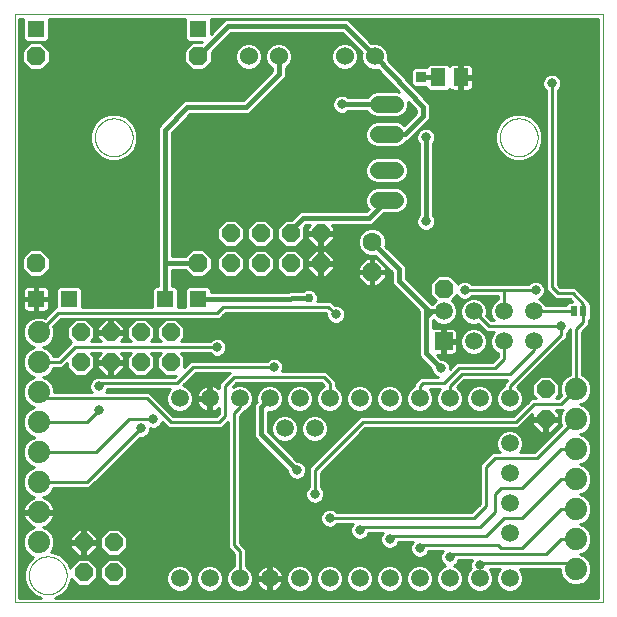
<source format=gbl>
G75*
%MOIN*%
%OFA0B0*%
%FSLAX25Y25*%
%IPPOS*%
%LPD*%
%AMOC8*
5,1,8,0,0,1.08239X$1,22.5*
%
%ADD10C,0.00000*%
%ADD11R,0.05937X0.05937*%
%ADD12C,0.05937*%
%ADD13C,0.05600*%
%ADD14OC8,0.06300*%
%ADD15C,0.06300*%
%ADD16R,0.05543X0.05543*%
%ADD17C,0.06000*%
%ADD18OC8,0.06000*%
%ADD19C,0.07400*%
%ADD20R,0.02400X0.03500*%
%ADD21R,0.05118X0.05906*%
%ADD22C,0.01000*%
%ADD23C,0.03169*%
%ADD24C,0.01600*%
%ADD25R,0.03562X0.03562*%
%ADD26C,0.03000*%
D10*
X0001500Y0002000D02*
X0197500Y0002000D01*
X0197500Y0198000D01*
X0001500Y0198000D01*
X0001500Y0002000D01*
X0006201Y0011000D02*
X0006203Y0011158D01*
X0006209Y0011316D01*
X0006219Y0011474D01*
X0006233Y0011632D01*
X0006251Y0011789D01*
X0006272Y0011946D01*
X0006298Y0012102D01*
X0006328Y0012258D01*
X0006361Y0012413D01*
X0006399Y0012566D01*
X0006440Y0012719D01*
X0006485Y0012871D01*
X0006534Y0013022D01*
X0006587Y0013171D01*
X0006643Y0013319D01*
X0006703Y0013465D01*
X0006767Y0013610D01*
X0006835Y0013753D01*
X0006906Y0013895D01*
X0006980Y0014035D01*
X0007058Y0014172D01*
X0007140Y0014308D01*
X0007224Y0014442D01*
X0007313Y0014573D01*
X0007404Y0014702D01*
X0007499Y0014829D01*
X0007596Y0014954D01*
X0007697Y0015076D01*
X0007801Y0015195D01*
X0007908Y0015312D01*
X0008018Y0015426D01*
X0008131Y0015537D01*
X0008246Y0015646D01*
X0008364Y0015751D01*
X0008485Y0015853D01*
X0008608Y0015953D01*
X0008734Y0016049D01*
X0008862Y0016142D01*
X0008992Y0016232D01*
X0009125Y0016318D01*
X0009260Y0016402D01*
X0009396Y0016481D01*
X0009535Y0016558D01*
X0009676Y0016630D01*
X0009818Y0016700D01*
X0009962Y0016765D01*
X0010108Y0016827D01*
X0010255Y0016885D01*
X0010404Y0016940D01*
X0010554Y0016991D01*
X0010705Y0017038D01*
X0010857Y0017081D01*
X0011010Y0017120D01*
X0011165Y0017156D01*
X0011320Y0017187D01*
X0011476Y0017215D01*
X0011632Y0017239D01*
X0011789Y0017259D01*
X0011947Y0017275D01*
X0012104Y0017287D01*
X0012263Y0017295D01*
X0012421Y0017299D01*
X0012579Y0017299D01*
X0012737Y0017295D01*
X0012896Y0017287D01*
X0013053Y0017275D01*
X0013211Y0017259D01*
X0013368Y0017239D01*
X0013524Y0017215D01*
X0013680Y0017187D01*
X0013835Y0017156D01*
X0013990Y0017120D01*
X0014143Y0017081D01*
X0014295Y0017038D01*
X0014446Y0016991D01*
X0014596Y0016940D01*
X0014745Y0016885D01*
X0014892Y0016827D01*
X0015038Y0016765D01*
X0015182Y0016700D01*
X0015324Y0016630D01*
X0015465Y0016558D01*
X0015604Y0016481D01*
X0015740Y0016402D01*
X0015875Y0016318D01*
X0016008Y0016232D01*
X0016138Y0016142D01*
X0016266Y0016049D01*
X0016392Y0015953D01*
X0016515Y0015853D01*
X0016636Y0015751D01*
X0016754Y0015646D01*
X0016869Y0015537D01*
X0016982Y0015426D01*
X0017092Y0015312D01*
X0017199Y0015195D01*
X0017303Y0015076D01*
X0017404Y0014954D01*
X0017501Y0014829D01*
X0017596Y0014702D01*
X0017687Y0014573D01*
X0017776Y0014442D01*
X0017860Y0014308D01*
X0017942Y0014172D01*
X0018020Y0014035D01*
X0018094Y0013895D01*
X0018165Y0013753D01*
X0018233Y0013610D01*
X0018297Y0013465D01*
X0018357Y0013319D01*
X0018413Y0013171D01*
X0018466Y0013022D01*
X0018515Y0012871D01*
X0018560Y0012719D01*
X0018601Y0012566D01*
X0018639Y0012413D01*
X0018672Y0012258D01*
X0018702Y0012102D01*
X0018728Y0011946D01*
X0018749Y0011789D01*
X0018767Y0011632D01*
X0018781Y0011474D01*
X0018791Y0011316D01*
X0018797Y0011158D01*
X0018799Y0011000D01*
X0018797Y0010842D01*
X0018791Y0010684D01*
X0018781Y0010526D01*
X0018767Y0010368D01*
X0018749Y0010211D01*
X0018728Y0010054D01*
X0018702Y0009898D01*
X0018672Y0009742D01*
X0018639Y0009587D01*
X0018601Y0009434D01*
X0018560Y0009281D01*
X0018515Y0009129D01*
X0018466Y0008978D01*
X0018413Y0008829D01*
X0018357Y0008681D01*
X0018297Y0008535D01*
X0018233Y0008390D01*
X0018165Y0008247D01*
X0018094Y0008105D01*
X0018020Y0007965D01*
X0017942Y0007828D01*
X0017860Y0007692D01*
X0017776Y0007558D01*
X0017687Y0007427D01*
X0017596Y0007298D01*
X0017501Y0007171D01*
X0017404Y0007046D01*
X0017303Y0006924D01*
X0017199Y0006805D01*
X0017092Y0006688D01*
X0016982Y0006574D01*
X0016869Y0006463D01*
X0016754Y0006354D01*
X0016636Y0006249D01*
X0016515Y0006147D01*
X0016392Y0006047D01*
X0016266Y0005951D01*
X0016138Y0005858D01*
X0016008Y0005768D01*
X0015875Y0005682D01*
X0015740Y0005598D01*
X0015604Y0005519D01*
X0015465Y0005442D01*
X0015324Y0005370D01*
X0015182Y0005300D01*
X0015038Y0005235D01*
X0014892Y0005173D01*
X0014745Y0005115D01*
X0014596Y0005060D01*
X0014446Y0005009D01*
X0014295Y0004962D01*
X0014143Y0004919D01*
X0013990Y0004880D01*
X0013835Y0004844D01*
X0013680Y0004813D01*
X0013524Y0004785D01*
X0013368Y0004761D01*
X0013211Y0004741D01*
X0013053Y0004725D01*
X0012896Y0004713D01*
X0012737Y0004705D01*
X0012579Y0004701D01*
X0012421Y0004701D01*
X0012263Y0004705D01*
X0012104Y0004713D01*
X0011947Y0004725D01*
X0011789Y0004741D01*
X0011632Y0004761D01*
X0011476Y0004785D01*
X0011320Y0004813D01*
X0011165Y0004844D01*
X0011010Y0004880D01*
X0010857Y0004919D01*
X0010705Y0004962D01*
X0010554Y0005009D01*
X0010404Y0005060D01*
X0010255Y0005115D01*
X0010108Y0005173D01*
X0009962Y0005235D01*
X0009818Y0005300D01*
X0009676Y0005370D01*
X0009535Y0005442D01*
X0009396Y0005519D01*
X0009260Y0005598D01*
X0009125Y0005682D01*
X0008992Y0005768D01*
X0008862Y0005858D01*
X0008734Y0005951D01*
X0008608Y0006047D01*
X0008485Y0006147D01*
X0008364Y0006249D01*
X0008246Y0006354D01*
X0008131Y0006463D01*
X0008018Y0006574D01*
X0007908Y0006688D01*
X0007801Y0006805D01*
X0007697Y0006924D01*
X0007596Y0007046D01*
X0007499Y0007171D01*
X0007404Y0007298D01*
X0007313Y0007427D01*
X0007224Y0007558D01*
X0007140Y0007692D01*
X0007058Y0007828D01*
X0006980Y0007965D01*
X0006906Y0008105D01*
X0006835Y0008247D01*
X0006767Y0008390D01*
X0006703Y0008535D01*
X0006643Y0008681D01*
X0006587Y0008829D01*
X0006534Y0008978D01*
X0006485Y0009129D01*
X0006440Y0009281D01*
X0006399Y0009434D01*
X0006361Y0009587D01*
X0006328Y0009742D01*
X0006298Y0009898D01*
X0006272Y0010054D01*
X0006251Y0010211D01*
X0006233Y0010368D01*
X0006219Y0010526D01*
X0006209Y0010684D01*
X0006203Y0010842D01*
X0006201Y0011000D01*
X0028201Y0157000D02*
X0028203Y0157158D01*
X0028209Y0157316D01*
X0028219Y0157474D01*
X0028233Y0157632D01*
X0028251Y0157789D01*
X0028272Y0157946D01*
X0028298Y0158102D01*
X0028328Y0158258D01*
X0028361Y0158413D01*
X0028399Y0158566D01*
X0028440Y0158719D01*
X0028485Y0158871D01*
X0028534Y0159022D01*
X0028587Y0159171D01*
X0028643Y0159319D01*
X0028703Y0159465D01*
X0028767Y0159610D01*
X0028835Y0159753D01*
X0028906Y0159895D01*
X0028980Y0160035D01*
X0029058Y0160172D01*
X0029140Y0160308D01*
X0029224Y0160442D01*
X0029313Y0160573D01*
X0029404Y0160702D01*
X0029499Y0160829D01*
X0029596Y0160954D01*
X0029697Y0161076D01*
X0029801Y0161195D01*
X0029908Y0161312D01*
X0030018Y0161426D01*
X0030131Y0161537D01*
X0030246Y0161646D01*
X0030364Y0161751D01*
X0030485Y0161853D01*
X0030608Y0161953D01*
X0030734Y0162049D01*
X0030862Y0162142D01*
X0030992Y0162232D01*
X0031125Y0162318D01*
X0031260Y0162402D01*
X0031396Y0162481D01*
X0031535Y0162558D01*
X0031676Y0162630D01*
X0031818Y0162700D01*
X0031962Y0162765D01*
X0032108Y0162827D01*
X0032255Y0162885D01*
X0032404Y0162940D01*
X0032554Y0162991D01*
X0032705Y0163038D01*
X0032857Y0163081D01*
X0033010Y0163120D01*
X0033165Y0163156D01*
X0033320Y0163187D01*
X0033476Y0163215D01*
X0033632Y0163239D01*
X0033789Y0163259D01*
X0033947Y0163275D01*
X0034104Y0163287D01*
X0034263Y0163295D01*
X0034421Y0163299D01*
X0034579Y0163299D01*
X0034737Y0163295D01*
X0034896Y0163287D01*
X0035053Y0163275D01*
X0035211Y0163259D01*
X0035368Y0163239D01*
X0035524Y0163215D01*
X0035680Y0163187D01*
X0035835Y0163156D01*
X0035990Y0163120D01*
X0036143Y0163081D01*
X0036295Y0163038D01*
X0036446Y0162991D01*
X0036596Y0162940D01*
X0036745Y0162885D01*
X0036892Y0162827D01*
X0037038Y0162765D01*
X0037182Y0162700D01*
X0037324Y0162630D01*
X0037465Y0162558D01*
X0037604Y0162481D01*
X0037740Y0162402D01*
X0037875Y0162318D01*
X0038008Y0162232D01*
X0038138Y0162142D01*
X0038266Y0162049D01*
X0038392Y0161953D01*
X0038515Y0161853D01*
X0038636Y0161751D01*
X0038754Y0161646D01*
X0038869Y0161537D01*
X0038982Y0161426D01*
X0039092Y0161312D01*
X0039199Y0161195D01*
X0039303Y0161076D01*
X0039404Y0160954D01*
X0039501Y0160829D01*
X0039596Y0160702D01*
X0039687Y0160573D01*
X0039776Y0160442D01*
X0039860Y0160308D01*
X0039942Y0160172D01*
X0040020Y0160035D01*
X0040094Y0159895D01*
X0040165Y0159753D01*
X0040233Y0159610D01*
X0040297Y0159465D01*
X0040357Y0159319D01*
X0040413Y0159171D01*
X0040466Y0159022D01*
X0040515Y0158871D01*
X0040560Y0158719D01*
X0040601Y0158566D01*
X0040639Y0158413D01*
X0040672Y0158258D01*
X0040702Y0158102D01*
X0040728Y0157946D01*
X0040749Y0157789D01*
X0040767Y0157632D01*
X0040781Y0157474D01*
X0040791Y0157316D01*
X0040797Y0157158D01*
X0040799Y0157000D01*
X0040797Y0156842D01*
X0040791Y0156684D01*
X0040781Y0156526D01*
X0040767Y0156368D01*
X0040749Y0156211D01*
X0040728Y0156054D01*
X0040702Y0155898D01*
X0040672Y0155742D01*
X0040639Y0155587D01*
X0040601Y0155434D01*
X0040560Y0155281D01*
X0040515Y0155129D01*
X0040466Y0154978D01*
X0040413Y0154829D01*
X0040357Y0154681D01*
X0040297Y0154535D01*
X0040233Y0154390D01*
X0040165Y0154247D01*
X0040094Y0154105D01*
X0040020Y0153965D01*
X0039942Y0153828D01*
X0039860Y0153692D01*
X0039776Y0153558D01*
X0039687Y0153427D01*
X0039596Y0153298D01*
X0039501Y0153171D01*
X0039404Y0153046D01*
X0039303Y0152924D01*
X0039199Y0152805D01*
X0039092Y0152688D01*
X0038982Y0152574D01*
X0038869Y0152463D01*
X0038754Y0152354D01*
X0038636Y0152249D01*
X0038515Y0152147D01*
X0038392Y0152047D01*
X0038266Y0151951D01*
X0038138Y0151858D01*
X0038008Y0151768D01*
X0037875Y0151682D01*
X0037740Y0151598D01*
X0037604Y0151519D01*
X0037465Y0151442D01*
X0037324Y0151370D01*
X0037182Y0151300D01*
X0037038Y0151235D01*
X0036892Y0151173D01*
X0036745Y0151115D01*
X0036596Y0151060D01*
X0036446Y0151009D01*
X0036295Y0150962D01*
X0036143Y0150919D01*
X0035990Y0150880D01*
X0035835Y0150844D01*
X0035680Y0150813D01*
X0035524Y0150785D01*
X0035368Y0150761D01*
X0035211Y0150741D01*
X0035053Y0150725D01*
X0034896Y0150713D01*
X0034737Y0150705D01*
X0034579Y0150701D01*
X0034421Y0150701D01*
X0034263Y0150705D01*
X0034104Y0150713D01*
X0033947Y0150725D01*
X0033789Y0150741D01*
X0033632Y0150761D01*
X0033476Y0150785D01*
X0033320Y0150813D01*
X0033165Y0150844D01*
X0033010Y0150880D01*
X0032857Y0150919D01*
X0032705Y0150962D01*
X0032554Y0151009D01*
X0032404Y0151060D01*
X0032255Y0151115D01*
X0032108Y0151173D01*
X0031962Y0151235D01*
X0031818Y0151300D01*
X0031676Y0151370D01*
X0031535Y0151442D01*
X0031396Y0151519D01*
X0031260Y0151598D01*
X0031125Y0151682D01*
X0030992Y0151768D01*
X0030862Y0151858D01*
X0030734Y0151951D01*
X0030608Y0152047D01*
X0030485Y0152147D01*
X0030364Y0152249D01*
X0030246Y0152354D01*
X0030131Y0152463D01*
X0030018Y0152574D01*
X0029908Y0152688D01*
X0029801Y0152805D01*
X0029697Y0152924D01*
X0029596Y0153046D01*
X0029499Y0153171D01*
X0029404Y0153298D01*
X0029313Y0153427D01*
X0029224Y0153558D01*
X0029140Y0153692D01*
X0029058Y0153828D01*
X0028980Y0153965D01*
X0028906Y0154105D01*
X0028835Y0154247D01*
X0028767Y0154390D01*
X0028703Y0154535D01*
X0028643Y0154681D01*
X0028587Y0154829D01*
X0028534Y0154978D01*
X0028485Y0155129D01*
X0028440Y0155281D01*
X0028399Y0155434D01*
X0028361Y0155587D01*
X0028328Y0155742D01*
X0028298Y0155898D01*
X0028272Y0156054D01*
X0028251Y0156211D01*
X0028233Y0156368D01*
X0028219Y0156526D01*
X0028209Y0156684D01*
X0028203Y0156842D01*
X0028201Y0157000D01*
X0163201Y0157000D02*
X0163203Y0157158D01*
X0163209Y0157316D01*
X0163219Y0157474D01*
X0163233Y0157632D01*
X0163251Y0157789D01*
X0163272Y0157946D01*
X0163298Y0158102D01*
X0163328Y0158258D01*
X0163361Y0158413D01*
X0163399Y0158566D01*
X0163440Y0158719D01*
X0163485Y0158871D01*
X0163534Y0159022D01*
X0163587Y0159171D01*
X0163643Y0159319D01*
X0163703Y0159465D01*
X0163767Y0159610D01*
X0163835Y0159753D01*
X0163906Y0159895D01*
X0163980Y0160035D01*
X0164058Y0160172D01*
X0164140Y0160308D01*
X0164224Y0160442D01*
X0164313Y0160573D01*
X0164404Y0160702D01*
X0164499Y0160829D01*
X0164596Y0160954D01*
X0164697Y0161076D01*
X0164801Y0161195D01*
X0164908Y0161312D01*
X0165018Y0161426D01*
X0165131Y0161537D01*
X0165246Y0161646D01*
X0165364Y0161751D01*
X0165485Y0161853D01*
X0165608Y0161953D01*
X0165734Y0162049D01*
X0165862Y0162142D01*
X0165992Y0162232D01*
X0166125Y0162318D01*
X0166260Y0162402D01*
X0166396Y0162481D01*
X0166535Y0162558D01*
X0166676Y0162630D01*
X0166818Y0162700D01*
X0166962Y0162765D01*
X0167108Y0162827D01*
X0167255Y0162885D01*
X0167404Y0162940D01*
X0167554Y0162991D01*
X0167705Y0163038D01*
X0167857Y0163081D01*
X0168010Y0163120D01*
X0168165Y0163156D01*
X0168320Y0163187D01*
X0168476Y0163215D01*
X0168632Y0163239D01*
X0168789Y0163259D01*
X0168947Y0163275D01*
X0169104Y0163287D01*
X0169263Y0163295D01*
X0169421Y0163299D01*
X0169579Y0163299D01*
X0169737Y0163295D01*
X0169896Y0163287D01*
X0170053Y0163275D01*
X0170211Y0163259D01*
X0170368Y0163239D01*
X0170524Y0163215D01*
X0170680Y0163187D01*
X0170835Y0163156D01*
X0170990Y0163120D01*
X0171143Y0163081D01*
X0171295Y0163038D01*
X0171446Y0162991D01*
X0171596Y0162940D01*
X0171745Y0162885D01*
X0171892Y0162827D01*
X0172038Y0162765D01*
X0172182Y0162700D01*
X0172324Y0162630D01*
X0172465Y0162558D01*
X0172604Y0162481D01*
X0172740Y0162402D01*
X0172875Y0162318D01*
X0173008Y0162232D01*
X0173138Y0162142D01*
X0173266Y0162049D01*
X0173392Y0161953D01*
X0173515Y0161853D01*
X0173636Y0161751D01*
X0173754Y0161646D01*
X0173869Y0161537D01*
X0173982Y0161426D01*
X0174092Y0161312D01*
X0174199Y0161195D01*
X0174303Y0161076D01*
X0174404Y0160954D01*
X0174501Y0160829D01*
X0174596Y0160702D01*
X0174687Y0160573D01*
X0174776Y0160442D01*
X0174860Y0160308D01*
X0174942Y0160172D01*
X0175020Y0160035D01*
X0175094Y0159895D01*
X0175165Y0159753D01*
X0175233Y0159610D01*
X0175297Y0159465D01*
X0175357Y0159319D01*
X0175413Y0159171D01*
X0175466Y0159022D01*
X0175515Y0158871D01*
X0175560Y0158719D01*
X0175601Y0158566D01*
X0175639Y0158413D01*
X0175672Y0158258D01*
X0175702Y0158102D01*
X0175728Y0157946D01*
X0175749Y0157789D01*
X0175767Y0157632D01*
X0175781Y0157474D01*
X0175791Y0157316D01*
X0175797Y0157158D01*
X0175799Y0157000D01*
X0175797Y0156842D01*
X0175791Y0156684D01*
X0175781Y0156526D01*
X0175767Y0156368D01*
X0175749Y0156211D01*
X0175728Y0156054D01*
X0175702Y0155898D01*
X0175672Y0155742D01*
X0175639Y0155587D01*
X0175601Y0155434D01*
X0175560Y0155281D01*
X0175515Y0155129D01*
X0175466Y0154978D01*
X0175413Y0154829D01*
X0175357Y0154681D01*
X0175297Y0154535D01*
X0175233Y0154390D01*
X0175165Y0154247D01*
X0175094Y0154105D01*
X0175020Y0153965D01*
X0174942Y0153828D01*
X0174860Y0153692D01*
X0174776Y0153558D01*
X0174687Y0153427D01*
X0174596Y0153298D01*
X0174501Y0153171D01*
X0174404Y0153046D01*
X0174303Y0152924D01*
X0174199Y0152805D01*
X0174092Y0152688D01*
X0173982Y0152574D01*
X0173869Y0152463D01*
X0173754Y0152354D01*
X0173636Y0152249D01*
X0173515Y0152147D01*
X0173392Y0152047D01*
X0173266Y0151951D01*
X0173138Y0151858D01*
X0173008Y0151768D01*
X0172875Y0151682D01*
X0172740Y0151598D01*
X0172604Y0151519D01*
X0172465Y0151442D01*
X0172324Y0151370D01*
X0172182Y0151300D01*
X0172038Y0151235D01*
X0171892Y0151173D01*
X0171745Y0151115D01*
X0171596Y0151060D01*
X0171446Y0151009D01*
X0171295Y0150962D01*
X0171143Y0150919D01*
X0170990Y0150880D01*
X0170835Y0150844D01*
X0170680Y0150813D01*
X0170524Y0150785D01*
X0170368Y0150761D01*
X0170211Y0150741D01*
X0170053Y0150725D01*
X0169896Y0150713D01*
X0169737Y0150705D01*
X0169579Y0150701D01*
X0169421Y0150701D01*
X0169263Y0150705D01*
X0169104Y0150713D01*
X0168947Y0150725D01*
X0168789Y0150741D01*
X0168632Y0150761D01*
X0168476Y0150785D01*
X0168320Y0150813D01*
X0168165Y0150844D01*
X0168010Y0150880D01*
X0167857Y0150919D01*
X0167705Y0150962D01*
X0167554Y0151009D01*
X0167404Y0151060D01*
X0167255Y0151115D01*
X0167108Y0151173D01*
X0166962Y0151235D01*
X0166818Y0151300D01*
X0166676Y0151370D01*
X0166535Y0151442D01*
X0166396Y0151519D01*
X0166260Y0151598D01*
X0166125Y0151682D01*
X0165992Y0151768D01*
X0165862Y0151858D01*
X0165734Y0151951D01*
X0165608Y0152047D01*
X0165485Y0152147D01*
X0165364Y0152249D01*
X0165246Y0152354D01*
X0165131Y0152463D01*
X0165018Y0152574D01*
X0164908Y0152688D01*
X0164801Y0152805D01*
X0164697Y0152924D01*
X0164596Y0153046D01*
X0164499Y0153171D01*
X0164404Y0153298D01*
X0164313Y0153427D01*
X0164224Y0153558D01*
X0164140Y0153692D01*
X0164058Y0153828D01*
X0163980Y0153965D01*
X0163906Y0154105D01*
X0163835Y0154247D01*
X0163767Y0154390D01*
X0163703Y0154535D01*
X0163643Y0154681D01*
X0163587Y0154829D01*
X0163534Y0154978D01*
X0163485Y0155129D01*
X0163440Y0155281D01*
X0163399Y0155434D01*
X0163361Y0155587D01*
X0163328Y0155742D01*
X0163298Y0155898D01*
X0163272Y0156054D01*
X0163251Y0156211D01*
X0163233Y0156368D01*
X0163219Y0156526D01*
X0163209Y0156684D01*
X0163203Y0156842D01*
X0163201Y0157000D01*
D11*
X0144500Y0089000D03*
D12*
X0144500Y0099000D03*
X0154500Y0099000D03*
X0154500Y0089000D03*
X0164500Y0089000D03*
X0164500Y0099000D03*
X0174500Y0099000D03*
X0174500Y0089000D03*
X0166500Y0070000D03*
X0156500Y0070000D03*
X0146500Y0070000D03*
X0136500Y0070000D03*
X0126500Y0070000D03*
X0116500Y0070000D03*
X0106500Y0070000D03*
X0096500Y0070000D03*
X0086500Y0070000D03*
X0076500Y0070000D03*
X0066500Y0070000D03*
X0056500Y0070000D03*
X0091500Y0060000D03*
X0101500Y0060000D03*
X0096500Y0010000D03*
X0086500Y0010000D03*
X0076500Y0010000D03*
X0066500Y0010000D03*
X0056500Y0010000D03*
X0106500Y0010000D03*
X0116500Y0010000D03*
X0126500Y0010000D03*
X0136500Y0010000D03*
X0146500Y0010000D03*
X0156500Y0010000D03*
X0166500Y0010000D03*
X0166500Y0025000D03*
X0166500Y0035000D03*
X0166500Y0045000D03*
X0166500Y0055000D03*
D13*
X0128300Y0136000D02*
X0122700Y0136000D01*
X0122700Y0146000D02*
X0128300Y0146000D01*
X0128300Y0158000D02*
X0122700Y0158000D01*
X0122700Y0168000D02*
X0128300Y0168000D01*
D14*
X0120500Y0112000D03*
X0144500Y0106500D03*
X0062500Y0115000D03*
X0008500Y0115000D03*
X0008500Y0184000D03*
X0062500Y0184000D03*
D15*
X0120500Y0122000D03*
D16*
X0062500Y0103100D03*
X0051500Y0103100D03*
X0019500Y0103100D03*
X0008500Y0103100D03*
X0008500Y0193100D03*
X0062500Y0193100D03*
D17*
X0079500Y0184000D03*
X0089500Y0184000D03*
X0111500Y0184000D03*
X0121500Y0184000D03*
D18*
X0103500Y0125000D03*
X0103500Y0115000D03*
X0093500Y0115000D03*
X0093500Y0125000D03*
X0083500Y0125000D03*
X0083500Y0115000D03*
X0073500Y0115000D03*
X0073500Y0125000D03*
X0053500Y0092000D03*
X0053500Y0082000D03*
X0043500Y0082000D03*
X0043500Y0092000D03*
X0033500Y0092000D03*
X0033500Y0082000D03*
X0023500Y0082000D03*
X0023500Y0092000D03*
X0024500Y0022000D03*
X0024500Y0012000D03*
X0034500Y0012000D03*
X0034500Y0022000D03*
X0178500Y0063000D03*
X0178500Y0073000D03*
D19*
X0188500Y0073000D03*
X0188500Y0063000D03*
X0188500Y0053000D03*
X0188500Y0043000D03*
X0188500Y0033000D03*
X0188500Y0023000D03*
X0188500Y0013000D03*
X0009500Y0022000D03*
X0009500Y0032000D03*
X0009500Y0042000D03*
X0009500Y0052000D03*
X0009500Y0062000D03*
X0009500Y0072000D03*
X0009500Y0082000D03*
X0009500Y0092000D03*
D20*
X0188000Y0099000D03*
X0191000Y0099000D03*
D21*
X0150240Y0177000D03*
X0142760Y0177000D03*
D22*
X0138701Y0180281D02*
X0138701Y0180574D01*
X0139579Y0181453D01*
X0145940Y0181453D01*
X0146500Y0180893D01*
X0146760Y0181153D01*
X0147102Y0181351D01*
X0147484Y0181453D01*
X0149740Y0181453D01*
X0149740Y0177500D01*
X0150740Y0177500D01*
X0150740Y0181453D01*
X0152997Y0181453D01*
X0153378Y0181351D01*
X0153720Y0181153D01*
X0153999Y0180874D01*
X0154197Y0180532D01*
X0154299Y0180150D01*
X0154299Y0177500D01*
X0150740Y0177500D01*
X0150740Y0176500D01*
X0150740Y0172547D01*
X0152997Y0172547D01*
X0153378Y0172649D01*
X0153720Y0172847D01*
X0153999Y0173126D01*
X0154197Y0173468D01*
X0154299Y0173850D01*
X0154299Y0176500D01*
X0150740Y0176500D01*
X0149740Y0176500D01*
X0149740Y0172547D01*
X0147484Y0172547D01*
X0147102Y0172649D01*
X0146760Y0172847D01*
X0146500Y0173107D01*
X0145940Y0172547D01*
X0139579Y0172547D01*
X0138701Y0173426D01*
X0138701Y0173719D01*
X0134539Y0173719D01*
X0133660Y0174598D01*
X0133660Y0179402D01*
X0134539Y0180281D01*
X0138701Y0180281D01*
X0138860Y0180734D02*
X0127733Y0180734D01*
X0126793Y0181732D02*
X0196000Y0181732D01*
X0196000Y0180734D02*
X0154080Y0180734D01*
X0154299Y0179735D02*
X0196000Y0179735D01*
X0196000Y0178737D02*
X0154299Y0178737D01*
X0154299Y0177738D02*
X0179051Y0177738D01*
X0178753Y0177615D02*
X0177885Y0176747D01*
X0177416Y0175613D01*
X0177416Y0174386D01*
X0177885Y0173253D01*
X0178500Y0172638D01*
X0178500Y0106172D01*
X0180500Y0104172D01*
X0181672Y0103000D01*
X0186672Y0103000D01*
X0187422Y0102250D01*
X0186179Y0102250D01*
X0185300Y0101371D01*
X0185300Y0101000D01*
X0178508Y0101000D01*
X0178288Y0101531D01*
X0177031Y0102788D01*
X0176229Y0103120D01*
X0176869Y0103385D01*
X0177737Y0104253D01*
X0178206Y0105386D01*
X0178206Y0106613D01*
X0177737Y0107747D01*
X0176869Y0108615D01*
X0175736Y0109084D01*
X0174509Y0109084D01*
X0173375Y0108615D01*
X0172760Y0108000D01*
X0153862Y0108000D01*
X0153247Y0108615D01*
X0152113Y0109084D01*
X0150886Y0109084D01*
X0149753Y0108615D01*
X0149150Y0108012D01*
X0149150Y0108426D01*
X0146426Y0111150D01*
X0142574Y0111150D01*
X0139850Y0108426D01*
X0139850Y0104574D01*
X0141802Y0102622D01*
X0140712Y0101531D01*
X0140616Y0101300D01*
X0140453Y0101300D01*
X0139453Y0102300D01*
X0131800Y0109953D01*
X0131800Y0113953D01*
X0125012Y0120741D01*
X0125150Y0121075D01*
X0125150Y0122925D01*
X0124442Y0124634D01*
X0123134Y0125942D01*
X0121425Y0126650D01*
X0119575Y0126650D01*
X0117866Y0125942D01*
X0116558Y0124634D01*
X0115850Y0122925D01*
X0115850Y0121075D01*
X0116558Y0119366D01*
X0117866Y0118058D01*
X0119575Y0117350D01*
X0121425Y0117350D01*
X0121759Y0117488D01*
X0127200Y0112047D01*
X0127200Y0108047D01*
X0128547Y0106700D01*
X0128547Y0106700D01*
X0136200Y0099047D01*
X0136200Y0084047D01*
X0140416Y0079832D01*
X0140416Y0079386D01*
X0140885Y0078253D01*
X0141753Y0077385D01*
X0142683Y0077000D01*
X0136672Y0077000D01*
X0135672Y0076000D01*
X0134500Y0074828D01*
X0134500Y0074008D01*
X0133969Y0073788D01*
X0132712Y0072531D01*
X0132031Y0070889D01*
X0132031Y0069111D01*
X0132712Y0067469D01*
X0133969Y0066212D01*
X0135611Y0065531D01*
X0137389Y0065531D01*
X0139031Y0066212D01*
X0140288Y0067469D01*
X0140968Y0069111D01*
X0140968Y0070889D01*
X0140288Y0072531D01*
X0139819Y0073000D01*
X0143181Y0073000D01*
X0142712Y0072531D01*
X0142031Y0070889D01*
X0142031Y0069111D01*
X0142712Y0067469D01*
X0143969Y0066212D01*
X0145611Y0065531D01*
X0147389Y0065531D01*
X0149031Y0066212D01*
X0150288Y0067469D01*
X0150968Y0069111D01*
X0150968Y0070889D01*
X0150288Y0072531D01*
X0149074Y0073745D01*
X0151328Y0076000D01*
X0165672Y0076000D01*
X0165672Y0076000D01*
X0164500Y0074828D01*
X0164500Y0074008D01*
X0163969Y0073788D01*
X0162712Y0072531D01*
X0162031Y0070889D01*
X0162031Y0069111D01*
X0162712Y0067469D01*
X0163969Y0066212D01*
X0165611Y0065531D01*
X0167389Y0065531D01*
X0169031Y0066212D01*
X0170288Y0067469D01*
X0170968Y0069111D01*
X0170968Y0070889D01*
X0170288Y0072531D01*
X0169074Y0073745D01*
X0184328Y0089000D01*
X0185500Y0090172D01*
X0185500Y0091638D01*
X0186115Y0092253D01*
X0186500Y0093183D01*
X0186500Y0077800D01*
X0185554Y0077408D01*
X0184092Y0075946D01*
X0183300Y0074034D01*
X0183300Y0071966D01*
X0183692Y0071020D01*
X0182672Y0070000D01*
X0181864Y0070000D01*
X0183000Y0071136D01*
X0183000Y0074864D01*
X0180364Y0077500D01*
X0176636Y0077500D01*
X0174000Y0074864D01*
X0174000Y0071136D01*
X0175136Y0070000D01*
X0173672Y0070000D01*
X0172500Y0068828D01*
X0167672Y0064000D01*
X0116672Y0064000D01*
X0100672Y0048000D01*
X0099500Y0046828D01*
X0099500Y0040362D01*
X0098885Y0039747D01*
X0098416Y0038613D01*
X0098416Y0037386D01*
X0098885Y0036253D01*
X0099753Y0035385D01*
X0100886Y0034916D01*
X0102113Y0034916D01*
X0103247Y0035385D01*
X0104115Y0036253D01*
X0104584Y0037386D01*
X0104584Y0038613D01*
X0104115Y0039747D01*
X0103500Y0040362D01*
X0103500Y0045172D01*
X0118328Y0060000D01*
X0169328Y0060000D01*
X0174000Y0064672D01*
X0174000Y0063500D01*
X0178000Y0063500D01*
X0178000Y0062500D01*
X0179000Y0062500D01*
X0179000Y0063500D01*
X0183000Y0063500D01*
X0183000Y0064864D01*
X0181864Y0066000D01*
X0184146Y0066000D01*
X0184092Y0065946D01*
X0183300Y0064034D01*
X0183300Y0061966D01*
X0183692Y0061020D01*
X0174672Y0052000D01*
X0169819Y0052000D01*
X0170288Y0052469D01*
X0170968Y0054111D01*
X0170968Y0055889D01*
X0170288Y0057531D01*
X0169031Y0058788D01*
X0167389Y0059468D01*
X0165611Y0059468D01*
X0163969Y0058788D01*
X0162712Y0057531D01*
X0162031Y0055889D01*
X0162031Y0054111D01*
X0162712Y0052469D01*
X0163181Y0052000D01*
X0160672Y0052000D01*
X0157672Y0049000D01*
X0156500Y0047828D01*
X0156500Y0034828D01*
X0153672Y0032000D01*
X0108862Y0032000D01*
X0108247Y0032615D01*
X0107113Y0033084D01*
X0105886Y0033084D01*
X0104753Y0032615D01*
X0103885Y0031747D01*
X0103416Y0030613D01*
X0103416Y0029386D01*
X0103885Y0028253D01*
X0104753Y0027385D01*
X0105886Y0026916D01*
X0107113Y0026916D01*
X0108247Y0027385D01*
X0108862Y0028000D01*
X0114138Y0028000D01*
X0113885Y0027747D01*
X0113416Y0026613D01*
X0113416Y0025386D01*
X0113885Y0024253D01*
X0114753Y0023385D01*
X0115886Y0022916D01*
X0117113Y0022916D01*
X0118247Y0023385D01*
X0119115Y0024253D01*
X0119424Y0025000D01*
X0124138Y0025000D01*
X0123885Y0024747D01*
X0123416Y0023613D01*
X0123416Y0022386D01*
X0123885Y0021253D01*
X0124753Y0020385D01*
X0125886Y0019916D01*
X0127113Y0019916D01*
X0128247Y0020385D01*
X0129115Y0021253D01*
X0129424Y0022000D01*
X0134138Y0022000D01*
X0133885Y0021747D01*
X0133416Y0020613D01*
X0133416Y0019386D01*
X0133885Y0018253D01*
X0134753Y0017385D01*
X0135886Y0016916D01*
X0137113Y0016916D01*
X0138247Y0017385D01*
X0139115Y0018253D01*
X0139424Y0019000D01*
X0144138Y0019000D01*
X0143885Y0018747D01*
X0143416Y0017613D01*
X0143416Y0016386D01*
X0143885Y0015253D01*
X0144753Y0014385D01*
X0145082Y0014249D01*
X0143969Y0013788D01*
X0142712Y0012531D01*
X0142031Y0010889D01*
X0142031Y0009111D01*
X0142712Y0007469D01*
X0143969Y0006212D01*
X0145611Y0005531D01*
X0147389Y0005531D01*
X0149031Y0006212D01*
X0150288Y0007469D01*
X0150968Y0009111D01*
X0150968Y0010889D01*
X0150288Y0012531D01*
X0149031Y0013788D01*
X0147918Y0014249D01*
X0148247Y0014385D01*
X0149115Y0015253D01*
X0149424Y0016000D01*
X0153783Y0016000D01*
X0153416Y0015113D01*
X0153416Y0013886D01*
X0153607Y0013426D01*
X0152712Y0012531D01*
X0152031Y0010889D01*
X0152031Y0009111D01*
X0152712Y0007469D01*
X0153969Y0006212D01*
X0155611Y0005531D01*
X0157389Y0005531D01*
X0159031Y0006212D01*
X0160288Y0007469D01*
X0160968Y0009111D01*
X0160968Y0010889D01*
X0160288Y0012531D01*
X0159819Y0013000D01*
X0163181Y0013000D01*
X0162712Y0012531D01*
X0162031Y0010889D01*
X0162031Y0009111D01*
X0162712Y0007469D01*
X0163969Y0006212D01*
X0165611Y0005531D01*
X0167389Y0005531D01*
X0169031Y0006212D01*
X0170288Y0007469D01*
X0170968Y0009111D01*
X0170968Y0010889D01*
X0170288Y0012531D01*
X0169819Y0013000D01*
X0183300Y0013000D01*
X0183300Y0011966D01*
X0184092Y0010054D01*
X0185554Y0008592D01*
X0187466Y0007800D01*
X0189534Y0007800D01*
X0191446Y0008592D01*
X0192908Y0010054D01*
X0193700Y0011966D01*
X0193700Y0014034D01*
X0192908Y0015946D01*
X0191446Y0017408D01*
X0190017Y0018000D01*
X0191446Y0018592D01*
X0192908Y0020054D01*
X0193700Y0021966D01*
X0193700Y0024034D01*
X0192908Y0025946D01*
X0191446Y0027408D01*
X0190017Y0028000D01*
X0191446Y0028592D01*
X0192908Y0030054D01*
X0193700Y0031966D01*
X0193700Y0034034D01*
X0192908Y0035946D01*
X0191446Y0037408D01*
X0190017Y0038000D01*
X0191446Y0038592D01*
X0192908Y0040054D01*
X0193700Y0041966D01*
X0193700Y0044034D01*
X0192908Y0045946D01*
X0191446Y0047408D01*
X0190017Y0048000D01*
X0191446Y0048592D01*
X0192908Y0050054D01*
X0193700Y0051966D01*
X0193700Y0054034D01*
X0192908Y0055946D01*
X0191446Y0057408D01*
X0190017Y0058000D01*
X0191446Y0058592D01*
X0192908Y0060054D01*
X0193700Y0061966D01*
X0193700Y0064034D01*
X0192908Y0065946D01*
X0191446Y0067408D01*
X0190017Y0068000D01*
X0191446Y0068592D01*
X0192908Y0070054D01*
X0193700Y0071966D01*
X0193700Y0074034D01*
X0192908Y0075946D01*
X0191446Y0077408D01*
X0190500Y0077800D01*
X0190500Y0092172D01*
X0191828Y0093500D01*
X0193000Y0094672D01*
X0193000Y0095929D01*
X0193700Y0096629D01*
X0193700Y0101371D01*
X0193000Y0102071D01*
X0193000Y0102328D01*
X0189500Y0105828D01*
X0188328Y0107000D01*
X0183328Y0107000D01*
X0182500Y0107828D01*
X0182500Y0172638D01*
X0183115Y0173253D01*
X0183584Y0174386D01*
X0183584Y0175613D01*
X0183115Y0176747D01*
X0182247Y0177615D01*
X0181113Y0178084D01*
X0179886Y0178084D01*
X0178753Y0177615D01*
X0177882Y0176739D02*
X0150740Y0176739D01*
X0150740Y0175741D02*
X0149740Y0175741D01*
X0149740Y0174742D02*
X0150740Y0174742D01*
X0150740Y0173744D02*
X0149740Y0173744D01*
X0149740Y0172745D02*
X0150740Y0172745D01*
X0153544Y0172745D02*
X0178393Y0172745D01*
X0178500Y0171747D02*
X0136191Y0171747D01*
X0137131Y0170748D02*
X0178500Y0170748D01*
X0178500Y0169750D02*
X0138070Y0169750D01*
X0139010Y0168751D02*
X0178500Y0168751D01*
X0178500Y0167753D02*
X0139824Y0167753D01*
X0139828Y0167883D02*
X0139800Y0167912D01*
X0139800Y0167953D01*
X0139151Y0168602D01*
X0125847Y0182737D01*
X0126000Y0183105D01*
X0126000Y0184895D01*
X0125315Y0186549D01*
X0124049Y0187815D01*
X0122395Y0188500D01*
X0120605Y0188500D01*
X0120356Y0188397D01*
X0113800Y0194953D01*
X0112453Y0196300D01*
X0071547Y0196300D01*
X0070200Y0194953D01*
X0066772Y0191524D01*
X0066772Y0196493D01*
X0066765Y0196500D01*
X0196000Y0196500D01*
X0196000Y0003500D01*
X0014774Y0003500D01*
X0016918Y0004388D01*
X0019112Y0006582D01*
X0020299Y0009449D01*
X0020299Y0009837D01*
X0022636Y0007500D01*
X0026364Y0007500D01*
X0029000Y0010136D01*
X0029000Y0013864D01*
X0026364Y0016500D01*
X0022636Y0016500D01*
X0020000Y0013864D01*
X0020000Y0013274D01*
X0019112Y0015418D01*
X0016918Y0017612D01*
X0014051Y0018799D01*
X0013653Y0018799D01*
X0013908Y0019054D01*
X0014700Y0020966D01*
X0014700Y0023034D01*
X0013908Y0024946D01*
X0012446Y0026408D01*
X0010983Y0027014D01*
X0011496Y0027181D01*
X0012225Y0027553D01*
X0012888Y0028034D01*
X0013466Y0028612D01*
X0013947Y0029275D01*
X0014319Y0030004D01*
X0014572Y0030782D01*
X0014686Y0031500D01*
X0010000Y0031500D01*
X0010000Y0032500D01*
X0014686Y0032500D01*
X0014572Y0033218D01*
X0014319Y0033996D01*
X0013947Y0034725D01*
X0013466Y0035388D01*
X0012888Y0035966D01*
X0012225Y0036447D01*
X0011496Y0036819D01*
X0010983Y0036986D01*
X0012446Y0037592D01*
X0013908Y0039054D01*
X0014300Y0040000D01*
X0026328Y0040000D01*
X0043244Y0056916D01*
X0044113Y0056916D01*
X0045247Y0057385D01*
X0046115Y0058253D01*
X0046584Y0059386D01*
X0046584Y0060041D01*
X0046886Y0059916D01*
X0048113Y0059916D01*
X0049247Y0060385D01*
X0050115Y0061253D01*
X0050497Y0062175D01*
X0052672Y0060000D01*
X0070328Y0060000D01*
X0071500Y0061172D01*
X0072500Y0062172D01*
X0072500Y0020172D01*
X0074500Y0018172D01*
X0074500Y0014008D01*
X0073969Y0013788D01*
X0072712Y0012531D01*
X0072031Y0010889D01*
X0072031Y0009111D01*
X0072712Y0007469D01*
X0073969Y0006212D01*
X0075611Y0005531D01*
X0077389Y0005531D01*
X0079031Y0006212D01*
X0080288Y0007469D01*
X0080968Y0009111D01*
X0080968Y0010889D01*
X0080288Y0012531D01*
X0079031Y0013788D01*
X0078500Y0014008D01*
X0078500Y0019828D01*
X0077328Y0021000D01*
X0076500Y0021828D01*
X0076500Y0064172D01*
X0078193Y0065865D01*
X0079031Y0066212D01*
X0080288Y0067469D01*
X0080968Y0069111D01*
X0080968Y0070889D01*
X0080288Y0072531D01*
X0079031Y0073788D01*
X0077389Y0074468D01*
X0075611Y0074468D01*
X0074221Y0073893D01*
X0074221Y0073893D01*
X0075328Y0075000D01*
X0103672Y0075000D01*
X0104500Y0074172D01*
X0104500Y0074008D01*
X0103969Y0073788D01*
X0102712Y0072531D01*
X0102031Y0070889D01*
X0102031Y0069111D01*
X0102712Y0067469D01*
X0103969Y0066212D01*
X0105611Y0065531D01*
X0107389Y0065531D01*
X0109031Y0066212D01*
X0110288Y0067469D01*
X0110968Y0069111D01*
X0110968Y0070889D01*
X0110288Y0072531D01*
X0109031Y0073788D01*
X0108500Y0074008D01*
X0108500Y0075828D01*
X0107328Y0077000D01*
X0105328Y0079000D01*
X0090717Y0079000D01*
X0091084Y0079886D01*
X0091084Y0081113D01*
X0090615Y0082247D01*
X0089747Y0083115D01*
X0088613Y0083584D01*
X0087386Y0083584D01*
X0086253Y0083115D01*
X0085638Y0082500D01*
X0060172Y0082500D01*
X0058000Y0080328D01*
X0058000Y0083864D01*
X0056864Y0085000D01*
X0066638Y0085000D01*
X0067253Y0084385D01*
X0068386Y0083916D01*
X0069613Y0083916D01*
X0070747Y0084385D01*
X0071615Y0085253D01*
X0072084Y0086386D01*
X0072084Y0087613D01*
X0071615Y0088747D01*
X0070747Y0089615D01*
X0069613Y0090084D01*
X0068386Y0090084D01*
X0067253Y0089615D01*
X0066638Y0089000D01*
X0056864Y0089000D01*
X0058000Y0090136D01*
X0058000Y0093864D01*
X0055364Y0096500D01*
X0051636Y0096500D01*
X0049000Y0093864D01*
X0049000Y0090136D01*
X0050136Y0089000D01*
X0046864Y0089000D01*
X0048000Y0090136D01*
X0048000Y0093864D01*
X0045364Y0096500D01*
X0041636Y0096500D01*
X0039000Y0093864D01*
X0039000Y0090136D01*
X0040136Y0089000D01*
X0036864Y0089000D01*
X0038000Y0090136D01*
X0038000Y0091500D01*
X0034000Y0091500D01*
X0034000Y0092500D01*
X0033000Y0092500D01*
X0033000Y0096500D01*
X0031636Y0096500D01*
X0029000Y0093864D01*
X0029000Y0092500D01*
X0033000Y0092500D01*
X0033000Y0091500D01*
X0029000Y0091500D01*
X0029000Y0090136D01*
X0030136Y0089000D01*
X0026864Y0089000D01*
X0028000Y0090136D01*
X0028000Y0093864D01*
X0025364Y0096500D01*
X0021636Y0096500D01*
X0019000Y0093864D01*
X0019000Y0090136D01*
X0020404Y0088732D01*
X0015672Y0084000D01*
X0014300Y0084000D01*
X0013908Y0084946D01*
X0012446Y0086408D01*
X0011017Y0087000D01*
X0012446Y0087592D01*
X0013908Y0089054D01*
X0014700Y0090966D01*
X0014700Y0093034D01*
X0014308Y0093980D01*
X0016828Y0096500D01*
X0069828Y0096500D01*
X0071000Y0097672D01*
X0071828Y0098500D01*
X0105172Y0098500D01*
X0105416Y0098256D01*
X0105416Y0097386D01*
X0105885Y0096253D01*
X0106753Y0095385D01*
X0107886Y0094916D01*
X0109113Y0094916D01*
X0110247Y0095385D01*
X0111115Y0096253D01*
X0111584Y0097386D01*
X0111584Y0098613D01*
X0111115Y0099747D01*
X0110247Y0100615D01*
X0109113Y0101084D01*
X0108244Y0101084D01*
X0108000Y0101328D01*
X0106828Y0102500D01*
X0102333Y0102500D01*
X0102500Y0102903D01*
X0102500Y0104097D01*
X0102043Y0105199D01*
X0101199Y0106043D01*
X0100097Y0106500D01*
X0098903Y0106500D01*
X0097801Y0106043D01*
X0097557Y0105800D01*
X0092947Y0105800D01*
X0092447Y0105300D01*
X0066772Y0105300D01*
X0066772Y0106493D01*
X0065893Y0107372D01*
X0059107Y0107372D01*
X0058228Y0106493D01*
X0058228Y0100500D01*
X0055772Y0100500D01*
X0055772Y0106493D01*
X0054893Y0107372D01*
X0053800Y0107372D01*
X0053800Y0112700D01*
X0058224Y0112700D01*
X0060574Y0110350D01*
X0064426Y0110350D01*
X0067150Y0113074D01*
X0067150Y0116926D01*
X0064426Y0119650D01*
X0060574Y0119650D01*
X0058224Y0117300D01*
X0053800Y0117300D01*
X0053800Y0158547D01*
X0059953Y0164700D01*
X0079453Y0164700D01*
X0080800Y0166047D01*
X0091800Y0177047D01*
X0091800Y0180082D01*
X0092049Y0180185D01*
X0093315Y0181451D01*
X0094000Y0183105D01*
X0094000Y0184895D01*
X0093315Y0186549D01*
X0092049Y0187815D01*
X0090395Y0188500D01*
X0088605Y0188500D01*
X0086951Y0187815D01*
X0085685Y0186549D01*
X0085000Y0184895D01*
X0085000Y0183105D01*
X0085685Y0181451D01*
X0086951Y0180185D01*
X0087200Y0180082D01*
X0087200Y0178953D01*
X0077547Y0169300D01*
X0058047Y0169300D01*
X0056700Y0167953D01*
X0049200Y0160453D01*
X0049200Y0107372D01*
X0048107Y0107372D01*
X0047228Y0106493D01*
X0047228Y0100500D01*
X0023772Y0100500D01*
X0023772Y0106493D01*
X0022893Y0107372D01*
X0016107Y0107372D01*
X0015228Y0106493D01*
X0015228Y0100500D01*
X0015172Y0100500D01*
X0014000Y0099328D01*
X0011480Y0096808D01*
X0010534Y0097200D01*
X0008466Y0097200D01*
X0006554Y0096408D01*
X0005092Y0094946D01*
X0004300Y0093034D01*
X0004300Y0090966D01*
X0005092Y0089054D01*
X0006554Y0087592D01*
X0007983Y0087000D01*
X0006554Y0086408D01*
X0005092Y0084946D01*
X0004300Y0083034D01*
X0004300Y0080966D01*
X0005092Y0079054D01*
X0006554Y0077592D01*
X0007983Y0077000D01*
X0006554Y0076408D01*
X0005092Y0074946D01*
X0004300Y0073034D01*
X0004300Y0070966D01*
X0005092Y0069054D01*
X0006554Y0067592D01*
X0007983Y0067000D01*
X0006554Y0066408D01*
X0005092Y0064946D01*
X0004300Y0063034D01*
X0004300Y0060966D01*
X0005092Y0059054D01*
X0006554Y0057592D01*
X0007983Y0057000D01*
X0006554Y0056408D01*
X0005092Y0054946D01*
X0004300Y0053034D01*
X0004300Y0050966D01*
X0005092Y0049054D01*
X0006554Y0047592D01*
X0007983Y0047000D01*
X0006554Y0046408D01*
X0005092Y0044946D01*
X0004300Y0043034D01*
X0004300Y0040966D01*
X0005092Y0039054D01*
X0006554Y0037592D01*
X0008017Y0036986D01*
X0007504Y0036819D01*
X0006775Y0036447D01*
X0006112Y0035966D01*
X0005534Y0035388D01*
X0005053Y0034725D01*
X0004681Y0033996D01*
X0004428Y0033218D01*
X0004314Y0032500D01*
X0009000Y0032500D01*
X0009000Y0031500D01*
X0004314Y0031500D01*
X0004428Y0030782D01*
X0004681Y0030004D01*
X0005053Y0029275D01*
X0005534Y0028612D01*
X0006112Y0028034D01*
X0006775Y0027553D01*
X0007504Y0027181D01*
X0008017Y0027014D01*
X0006554Y0026408D01*
X0005092Y0024946D01*
X0004300Y0023034D01*
X0004300Y0020966D01*
X0005092Y0019054D01*
X0006554Y0017592D01*
X0007620Y0017150D01*
X0005888Y0015418D01*
X0004701Y0012551D01*
X0004701Y0009449D01*
X0005888Y0006582D01*
X0008082Y0004388D01*
X0010226Y0003500D01*
X0003000Y0003500D01*
X0003000Y0196500D01*
X0004235Y0196500D01*
X0004228Y0196493D01*
X0004228Y0189707D01*
X0005107Y0188828D01*
X0011893Y0188828D01*
X0012772Y0189707D01*
X0012772Y0196493D01*
X0012765Y0196500D01*
X0058235Y0196500D01*
X0058228Y0196493D01*
X0058228Y0189707D01*
X0059107Y0188828D01*
X0064076Y0188828D01*
X0063897Y0188650D01*
X0060574Y0188650D01*
X0057850Y0185926D01*
X0057850Y0182074D01*
X0060574Y0179350D01*
X0064426Y0179350D01*
X0067150Y0182074D01*
X0067150Y0185397D01*
X0073453Y0191700D01*
X0110547Y0191700D01*
X0117103Y0185144D01*
X0117000Y0184895D01*
X0117000Y0183105D01*
X0117685Y0181451D01*
X0118951Y0180185D01*
X0120605Y0179500D01*
X0122395Y0179500D01*
X0122526Y0179554D01*
X0129480Y0172166D01*
X0129155Y0172300D01*
X0121845Y0172300D01*
X0120264Y0171645D01*
X0119055Y0170436D01*
X0118998Y0170300D01*
X0112562Y0170300D01*
X0112247Y0170615D01*
X0111113Y0171084D01*
X0109886Y0171084D01*
X0108753Y0170615D01*
X0107885Y0169747D01*
X0107416Y0168613D01*
X0107416Y0167386D01*
X0107885Y0166253D01*
X0108753Y0165385D01*
X0109886Y0164916D01*
X0111113Y0164916D01*
X0112247Y0165385D01*
X0112562Y0165700D01*
X0118998Y0165700D01*
X0119055Y0165564D01*
X0120264Y0164355D01*
X0121845Y0163700D01*
X0129155Y0163700D01*
X0130736Y0164355D01*
X0131945Y0165564D01*
X0132600Y0167145D01*
X0132600Y0168850D01*
X0135200Y0166088D01*
X0135200Y0164953D01*
X0131314Y0161067D01*
X0130736Y0161645D01*
X0129155Y0162300D01*
X0121845Y0162300D01*
X0120264Y0161645D01*
X0119055Y0160436D01*
X0118400Y0158855D01*
X0118400Y0157145D01*
X0119055Y0155564D01*
X0120264Y0154355D01*
X0121845Y0153700D01*
X0129155Y0153700D01*
X0130736Y0154355D01*
X0131945Y0155564D01*
X0132002Y0155700D01*
X0132453Y0155700D01*
X0133800Y0157047D01*
X0139800Y0163047D01*
X0139800Y0166965D01*
X0139828Y0167883D01*
X0139800Y0166754D02*
X0178500Y0166754D01*
X0178500Y0165756D02*
X0139800Y0165756D01*
X0139800Y0164757D02*
X0167848Y0164757D01*
X0167949Y0164799D02*
X0165082Y0163612D01*
X0162888Y0161418D01*
X0161701Y0158551D01*
X0161701Y0155449D01*
X0162888Y0152582D01*
X0165082Y0150388D01*
X0167949Y0149201D01*
X0171051Y0149201D01*
X0173918Y0150388D01*
X0176112Y0152582D01*
X0177299Y0155449D01*
X0177299Y0158551D01*
X0176112Y0161418D01*
X0173918Y0163612D01*
X0171051Y0164799D01*
X0167949Y0164799D01*
X0165437Y0163759D02*
X0139800Y0163759D01*
X0139513Y0162760D02*
X0164231Y0162760D01*
X0163232Y0161762D02*
X0138514Y0161762D01*
X0137516Y0160763D02*
X0162617Y0160763D01*
X0162203Y0159765D02*
X0139885Y0159765D01*
X0140247Y0159615D02*
X0139113Y0160084D01*
X0137886Y0160084D01*
X0136753Y0159615D01*
X0135885Y0158747D01*
X0135416Y0157613D01*
X0135416Y0156386D01*
X0135885Y0155253D01*
X0136200Y0154938D01*
X0136200Y0131062D01*
X0135885Y0130747D01*
X0135416Y0129613D01*
X0135416Y0128386D01*
X0135885Y0127253D01*
X0136753Y0126385D01*
X0137886Y0125916D01*
X0139113Y0125916D01*
X0140247Y0126385D01*
X0141115Y0127253D01*
X0141584Y0128386D01*
X0141584Y0129613D01*
X0141115Y0130747D01*
X0140800Y0131062D01*
X0140800Y0154938D01*
X0141115Y0155253D01*
X0141584Y0156386D01*
X0141584Y0157613D01*
X0141115Y0158747D01*
X0140247Y0159615D01*
X0141095Y0158766D02*
X0161790Y0158766D01*
X0161701Y0157768D02*
X0141520Y0157768D01*
X0141584Y0156769D02*
X0161701Y0156769D01*
X0161701Y0155771D02*
X0141329Y0155771D01*
X0140800Y0154772D02*
X0161981Y0154772D01*
X0162395Y0153774D02*
X0140800Y0153774D01*
X0140800Y0152775D02*
X0162808Y0152775D01*
X0163694Y0151777D02*
X0140800Y0151777D01*
X0140800Y0150778D02*
X0164692Y0150778D01*
X0166551Y0149780D02*
X0140800Y0149780D01*
X0140800Y0148781D02*
X0178500Y0148781D01*
X0178500Y0147783D02*
X0140800Y0147783D01*
X0140800Y0146784D02*
X0178500Y0146784D01*
X0178500Y0145786D02*
X0140800Y0145786D01*
X0140800Y0144787D02*
X0178500Y0144787D01*
X0178500Y0143789D02*
X0140800Y0143789D01*
X0140800Y0142790D02*
X0178500Y0142790D01*
X0178500Y0141792D02*
X0140800Y0141792D01*
X0140800Y0140793D02*
X0178500Y0140793D01*
X0178500Y0139795D02*
X0140800Y0139795D01*
X0140800Y0138796D02*
X0178500Y0138796D01*
X0178500Y0137798D02*
X0140800Y0137798D01*
X0140800Y0136799D02*
X0178500Y0136799D01*
X0178500Y0135801D02*
X0140800Y0135801D01*
X0140800Y0134802D02*
X0178500Y0134802D01*
X0178500Y0133803D02*
X0140800Y0133803D01*
X0140800Y0132805D02*
X0178500Y0132805D01*
X0178500Y0131806D02*
X0140800Y0131806D01*
X0141054Y0130808D02*
X0178500Y0130808D01*
X0178500Y0129809D02*
X0141503Y0129809D01*
X0141584Y0128811D02*
X0178500Y0128811D01*
X0178500Y0127812D02*
X0141346Y0127812D01*
X0140676Y0126814D02*
X0178500Y0126814D01*
X0178500Y0125815D02*
X0123261Y0125815D01*
X0124259Y0124817D02*
X0178500Y0124817D01*
X0178500Y0123818D02*
X0124780Y0123818D01*
X0125150Y0122820D02*
X0178500Y0122820D01*
X0178500Y0121821D02*
X0125150Y0121821D01*
X0125046Y0120823D02*
X0178500Y0120823D01*
X0178500Y0119824D02*
X0125928Y0119824D01*
X0126927Y0118826D02*
X0178500Y0118826D01*
X0178500Y0117827D02*
X0127925Y0117827D01*
X0128924Y0116829D02*
X0178500Y0116829D01*
X0178500Y0115830D02*
X0129922Y0115830D01*
X0130921Y0114832D02*
X0178500Y0114832D01*
X0178500Y0113833D02*
X0131800Y0113833D01*
X0131800Y0112835D02*
X0178500Y0112835D01*
X0178500Y0111836D02*
X0131800Y0111836D01*
X0131800Y0110838D02*
X0142262Y0110838D01*
X0141263Y0109839D02*
X0131913Y0109839D01*
X0132912Y0108841D02*
X0140265Y0108841D01*
X0139850Y0107842D02*
X0133910Y0107842D01*
X0134909Y0106844D02*
X0139850Y0106844D01*
X0139850Y0105845D02*
X0135907Y0105845D01*
X0136906Y0104847D02*
X0139850Y0104847D01*
X0140576Y0103848D02*
X0137905Y0103848D01*
X0138903Y0102850D02*
X0141574Y0102850D01*
X0141032Y0101851D02*
X0139902Y0101851D01*
X0136200Y0098856D02*
X0111484Y0098856D01*
X0111584Y0097857D02*
X0136200Y0097857D01*
X0136200Y0096859D02*
X0111366Y0096859D01*
X0110722Y0095860D02*
X0136200Y0095860D01*
X0136200Y0094862D02*
X0057002Y0094862D01*
X0056004Y0095860D02*
X0106278Y0095860D01*
X0105634Y0096859D02*
X0070187Y0096859D01*
X0071186Y0097857D02*
X0105416Y0097857D01*
X0106000Y0100500D02*
X0071000Y0100500D01*
X0069000Y0098500D01*
X0016000Y0098500D01*
X0009500Y0092000D01*
X0004300Y0091866D02*
X0003000Y0091866D01*
X0003000Y0090868D02*
X0004341Y0090868D01*
X0004754Y0089869D02*
X0003000Y0089869D01*
X0003000Y0088870D02*
X0005276Y0088870D01*
X0006274Y0087872D02*
X0003000Y0087872D01*
X0003000Y0086873D02*
X0007677Y0086873D01*
X0006021Y0085875D02*
X0003000Y0085875D01*
X0003000Y0084876D02*
X0005063Y0084876D01*
X0004649Y0083878D02*
X0003000Y0083878D01*
X0003000Y0082879D02*
X0004300Y0082879D01*
X0004300Y0081881D02*
X0003000Y0081881D01*
X0003000Y0080882D02*
X0004334Y0080882D01*
X0004748Y0079884D02*
X0003000Y0079884D01*
X0003000Y0078885D02*
X0005261Y0078885D01*
X0006259Y0077887D02*
X0003000Y0077887D01*
X0003000Y0076888D02*
X0007713Y0076888D01*
X0006036Y0075890D02*
X0003000Y0075890D01*
X0003000Y0074891D02*
X0005069Y0074891D01*
X0004656Y0073893D02*
X0003000Y0073893D01*
X0003000Y0072894D02*
X0004300Y0072894D01*
X0004300Y0071896D02*
X0003000Y0071896D01*
X0003000Y0070897D02*
X0004328Y0070897D01*
X0004742Y0069899D02*
X0003000Y0069899D01*
X0003000Y0068900D02*
X0005246Y0068900D01*
X0006244Y0067902D02*
X0003000Y0067902D01*
X0003000Y0066903D02*
X0007749Y0066903D01*
X0006051Y0065905D02*
X0003000Y0065905D01*
X0003000Y0064906D02*
X0005075Y0064906D01*
X0004662Y0063908D02*
X0003000Y0063908D01*
X0003000Y0062909D02*
X0004300Y0062909D01*
X0004300Y0061911D02*
X0003000Y0061911D01*
X0003000Y0060912D02*
X0004322Y0060912D01*
X0004736Y0059914D02*
X0003000Y0059914D01*
X0003000Y0058915D02*
X0005231Y0058915D01*
X0006229Y0057917D02*
X0003000Y0057917D01*
X0003000Y0056918D02*
X0007785Y0056918D01*
X0006066Y0055920D02*
X0003000Y0055920D01*
X0003000Y0054921D02*
X0005082Y0054921D01*
X0004668Y0053923D02*
X0003000Y0053923D01*
X0003000Y0052924D02*
X0004300Y0052924D01*
X0004300Y0051926D02*
X0003000Y0051926D01*
X0003000Y0050927D02*
X0004316Y0050927D01*
X0004730Y0049929D02*
X0003000Y0049929D01*
X0003000Y0048930D02*
X0005216Y0048930D01*
X0006215Y0047932D02*
X0003000Y0047932D01*
X0003000Y0046933D02*
X0007821Y0046933D01*
X0006081Y0045934D02*
X0003000Y0045934D01*
X0003000Y0044936D02*
X0005088Y0044936D01*
X0004674Y0043937D02*
X0003000Y0043937D01*
X0003000Y0042939D02*
X0004300Y0042939D01*
X0004300Y0041940D02*
X0003000Y0041940D01*
X0003000Y0040942D02*
X0004310Y0040942D01*
X0004723Y0039943D02*
X0003000Y0039943D01*
X0003000Y0038945D02*
X0005201Y0038945D01*
X0006200Y0037946D02*
X0003000Y0037946D01*
X0003000Y0036948D02*
X0007901Y0036948D01*
X0006095Y0035949D02*
X0003000Y0035949D01*
X0003000Y0034951D02*
X0005216Y0034951D01*
X0004667Y0033952D02*
X0003000Y0033952D01*
X0003000Y0032954D02*
X0004386Y0032954D01*
X0003000Y0031955D02*
X0009000Y0031955D01*
X0010000Y0031955D02*
X0072500Y0031955D01*
X0072500Y0030957D02*
X0014600Y0030957D01*
X0014296Y0029958D02*
X0072500Y0029958D01*
X0072500Y0028960D02*
X0013719Y0028960D01*
X0012788Y0027961D02*
X0072500Y0027961D01*
X0072500Y0026963D02*
X0011107Y0026963D01*
X0012890Y0025964D02*
X0022100Y0025964D01*
X0022636Y0026500D02*
X0020000Y0023864D01*
X0020000Y0022500D01*
X0024000Y0022500D01*
X0024000Y0026500D01*
X0022636Y0026500D01*
X0024000Y0025964D02*
X0025000Y0025964D01*
X0025000Y0026500D02*
X0025000Y0022500D01*
X0024000Y0022500D01*
X0024000Y0021500D01*
X0020000Y0021500D01*
X0020000Y0020136D01*
X0022636Y0017500D01*
X0024000Y0017500D01*
X0024000Y0021500D01*
X0025000Y0021500D01*
X0025000Y0022500D01*
X0029000Y0022500D01*
X0029000Y0023864D01*
X0026364Y0026500D01*
X0025000Y0026500D01*
X0025000Y0024966D02*
X0024000Y0024966D01*
X0024000Y0023967D02*
X0025000Y0023967D01*
X0025000Y0022969D02*
X0024000Y0022969D01*
X0024000Y0021970D02*
X0014700Y0021970D01*
X0014700Y0020972D02*
X0020000Y0020972D01*
X0020163Y0019973D02*
X0014289Y0019973D01*
X0013829Y0018975D02*
X0021161Y0018975D01*
X0022160Y0017976D02*
X0016038Y0017976D01*
X0017552Y0016978D02*
X0074500Y0016978D01*
X0074500Y0017976D02*
X0036840Y0017976D01*
X0036364Y0017500D02*
X0039000Y0020136D01*
X0039000Y0023864D01*
X0036364Y0026500D01*
X0032636Y0026500D01*
X0030000Y0023864D01*
X0030000Y0020136D01*
X0032636Y0017500D01*
X0036364Y0017500D01*
X0036364Y0016500D02*
X0032636Y0016500D01*
X0030000Y0013864D01*
X0030000Y0010136D01*
X0032636Y0007500D01*
X0036364Y0007500D01*
X0039000Y0010136D01*
X0039000Y0013864D01*
X0036364Y0016500D01*
X0036885Y0015979D02*
X0074500Y0015979D01*
X0074500Y0014981D02*
X0037883Y0014981D01*
X0038882Y0013982D02*
X0054437Y0013982D01*
X0053969Y0013788D02*
X0052712Y0012531D01*
X0052031Y0010889D01*
X0052031Y0009111D01*
X0052712Y0007469D01*
X0053969Y0006212D01*
X0055611Y0005531D01*
X0057389Y0005531D01*
X0059031Y0006212D01*
X0060288Y0007469D01*
X0060968Y0009111D01*
X0060968Y0010889D01*
X0060288Y0012531D01*
X0059031Y0013788D01*
X0057389Y0014468D01*
X0055611Y0014468D01*
X0053969Y0013788D01*
X0053164Y0012984D02*
X0039000Y0012984D01*
X0039000Y0011985D02*
X0052486Y0011985D01*
X0052072Y0010987D02*
X0039000Y0010987D01*
X0038852Y0009988D02*
X0052031Y0009988D01*
X0052082Y0008990D02*
X0037854Y0008990D01*
X0036855Y0007991D02*
X0052495Y0007991D01*
X0053188Y0006993D02*
X0019282Y0006993D01*
X0019695Y0007991D02*
X0022145Y0007991D01*
X0021146Y0008990D02*
X0020109Y0008990D01*
X0018524Y0005994D02*
X0054494Y0005994D01*
X0058506Y0005994D02*
X0064494Y0005994D01*
X0063969Y0006212D02*
X0065611Y0005531D01*
X0067389Y0005531D01*
X0069031Y0006212D01*
X0070288Y0007469D01*
X0070968Y0009111D01*
X0070968Y0010889D01*
X0070288Y0012531D01*
X0069031Y0013788D01*
X0067389Y0014468D01*
X0065611Y0014468D01*
X0063969Y0013788D01*
X0062712Y0012531D01*
X0062031Y0010889D01*
X0062031Y0009111D01*
X0062712Y0007469D01*
X0063969Y0006212D01*
X0063188Y0006993D02*
X0059812Y0006993D01*
X0060505Y0007991D02*
X0062495Y0007991D01*
X0062082Y0008990D02*
X0060918Y0008990D01*
X0060968Y0009988D02*
X0062031Y0009988D01*
X0062072Y0010987D02*
X0060928Y0010987D01*
X0060514Y0011985D02*
X0062486Y0011985D01*
X0063164Y0012984D02*
X0059836Y0012984D01*
X0058563Y0013982D02*
X0064437Y0013982D01*
X0068563Y0013982D02*
X0074437Y0013982D01*
X0073164Y0012984D02*
X0069836Y0012984D01*
X0070514Y0011985D02*
X0072486Y0011985D01*
X0072072Y0010987D02*
X0070928Y0010987D01*
X0070968Y0009988D02*
X0072031Y0009988D01*
X0072082Y0008990D02*
X0070918Y0008990D01*
X0070505Y0007991D02*
X0072495Y0007991D01*
X0073188Y0006993D02*
X0069812Y0006993D01*
X0068506Y0005994D02*
X0074494Y0005994D01*
X0078506Y0005994D02*
X0084519Y0005994D01*
X0084785Y0005859D02*
X0085454Y0005642D01*
X0086016Y0005552D01*
X0086016Y0009516D01*
X0086984Y0009516D01*
X0086984Y0005552D01*
X0087546Y0005642D01*
X0088215Y0005859D01*
X0088842Y0006178D01*
X0089411Y0006592D01*
X0089908Y0007089D01*
X0090322Y0007658D01*
X0090641Y0008285D01*
X0090858Y0008954D01*
X0090947Y0009516D01*
X0086984Y0009516D01*
X0086984Y0010484D01*
X0090947Y0010484D01*
X0090858Y0011046D01*
X0090641Y0011715D01*
X0090322Y0012342D01*
X0089908Y0012911D01*
X0089411Y0013408D01*
X0088842Y0013822D01*
X0088215Y0014141D01*
X0087546Y0014358D01*
X0086984Y0014447D01*
X0086984Y0010484D01*
X0086016Y0010484D01*
X0086016Y0009516D01*
X0082052Y0009516D01*
X0082142Y0008954D01*
X0082359Y0008285D01*
X0082678Y0007658D01*
X0083092Y0007089D01*
X0083589Y0006592D01*
X0084158Y0006178D01*
X0084785Y0005859D01*
X0086016Y0005994D02*
X0086984Y0005994D01*
X0086984Y0006993D02*
X0086016Y0006993D01*
X0086016Y0007991D02*
X0086984Y0007991D01*
X0086984Y0008990D02*
X0086016Y0008990D01*
X0086016Y0009988D02*
X0080968Y0009988D01*
X0080928Y0010987D02*
X0082132Y0010987D01*
X0082142Y0011046D02*
X0082052Y0010484D01*
X0086016Y0010484D01*
X0086016Y0014447D01*
X0085454Y0014358D01*
X0084785Y0014141D01*
X0084158Y0013822D01*
X0083589Y0013408D01*
X0083092Y0012911D01*
X0082678Y0012342D01*
X0082359Y0011715D01*
X0082142Y0011046D01*
X0082496Y0011985D02*
X0080514Y0011985D01*
X0079836Y0012984D02*
X0083164Y0012984D01*
X0084473Y0013982D02*
X0078563Y0013982D01*
X0078500Y0014981D02*
X0144158Y0014981D01*
X0144437Y0013982D02*
X0138563Y0013982D01*
X0139031Y0013788D02*
X0137389Y0014468D01*
X0135611Y0014468D01*
X0133969Y0013788D01*
X0132712Y0012531D01*
X0132031Y0010889D01*
X0132031Y0009111D01*
X0132712Y0007469D01*
X0133969Y0006212D01*
X0135611Y0005531D01*
X0137389Y0005531D01*
X0139031Y0006212D01*
X0140288Y0007469D01*
X0140968Y0009111D01*
X0140968Y0010889D01*
X0140288Y0012531D01*
X0139031Y0013788D01*
X0139836Y0012984D02*
X0143164Y0012984D01*
X0142486Y0011985D02*
X0140514Y0011985D01*
X0140928Y0010987D02*
X0142072Y0010987D01*
X0142031Y0009988D02*
X0140968Y0009988D01*
X0140918Y0008990D02*
X0142082Y0008990D01*
X0142495Y0007991D02*
X0140505Y0007991D01*
X0139812Y0006993D02*
X0143188Y0006993D01*
X0144494Y0005994D02*
X0138506Y0005994D01*
X0134494Y0005994D02*
X0128506Y0005994D01*
X0129031Y0006212D02*
X0127389Y0005531D01*
X0125611Y0005531D01*
X0123969Y0006212D01*
X0122712Y0007469D01*
X0122031Y0009111D01*
X0122031Y0010889D01*
X0122712Y0012531D01*
X0123969Y0013788D01*
X0125611Y0014468D01*
X0127389Y0014468D01*
X0129031Y0013788D01*
X0130288Y0012531D01*
X0130968Y0010889D01*
X0130968Y0009111D01*
X0130288Y0007469D01*
X0129031Y0006212D01*
X0129812Y0006993D02*
X0133188Y0006993D01*
X0132495Y0007991D02*
X0130505Y0007991D01*
X0130918Y0008990D02*
X0132082Y0008990D01*
X0132031Y0009988D02*
X0130968Y0009988D01*
X0130928Y0010987D02*
X0132072Y0010987D01*
X0132486Y0011985D02*
X0130514Y0011985D01*
X0129836Y0012984D02*
X0133164Y0012984D01*
X0134437Y0013982D02*
X0128563Y0013982D01*
X0124437Y0013982D02*
X0118563Y0013982D01*
X0119031Y0013788D02*
X0117389Y0014468D01*
X0115611Y0014468D01*
X0113969Y0013788D01*
X0112712Y0012531D01*
X0112031Y0010889D01*
X0112031Y0009111D01*
X0112712Y0007469D01*
X0113969Y0006212D01*
X0115611Y0005531D01*
X0117389Y0005531D01*
X0119031Y0006212D01*
X0120288Y0007469D01*
X0120968Y0009111D01*
X0120968Y0010889D01*
X0120288Y0012531D01*
X0119031Y0013788D01*
X0119836Y0012984D02*
X0123164Y0012984D01*
X0122486Y0011985D02*
X0120514Y0011985D01*
X0120928Y0010987D02*
X0122072Y0010987D01*
X0122031Y0009988D02*
X0120968Y0009988D01*
X0120918Y0008990D02*
X0122082Y0008990D01*
X0122495Y0007991D02*
X0120505Y0007991D01*
X0119812Y0006993D02*
X0123188Y0006993D01*
X0124494Y0005994D02*
X0118506Y0005994D01*
X0114494Y0005994D02*
X0108506Y0005994D01*
X0109031Y0006212D02*
X0110288Y0007469D01*
X0110968Y0009111D01*
X0110968Y0010889D01*
X0110288Y0012531D01*
X0109031Y0013788D01*
X0107389Y0014468D01*
X0105611Y0014468D01*
X0103969Y0013788D01*
X0102712Y0012531D01*
X0102031Y0010889D01*
X0102031Y0009111D01*
X0102712Y0007469D01*
X0103969Y0006212D01*
X0105611Y0005531D01*
X0107389Y0005531D01*
X0109031Y0006212D01*
X0109812Y0006993D02*
X0113188Y0006993D01*
X0112495Y0007991D02*
X0110505Y0007991D01*
X0110918Y0008990D02*
X0112082Y0008990D01*
X0112031Y0009988D02*
X0110968Y0009988D01*
X0110928Y0010987D02*
X0112072Y0010987D01*
X0112486Y0011985D02*
X0110514Y0011985D01*
X0109836Y0012984D02*
X0113164Y0012984D01*
X0114437Y0013982D02*
X0108563Y0013982D01*
X0104437Y0013982D02*
X0098563Y0013982D01*
X0099031Y0013788D02*
X0097389Y0014468D01*
X0095611Y0014468D01*
X0093969Y0013788D01*
X0092712Y0012531D01*
X0092031Y0010889D01*
X0092031Y0009111D01*
X0092712Y0007469D01*
X0093969Y0006212D01*
X0095611Y0005531D01*
X0097389Y0005531D01*
X0099031Y0006212D01*
X0100288Y0007469D01*
X0100968Y0009111D01*
X0100968Y0010889D01*
X0100288Y0012531D01*
X0099031Y0013788D01*
X0099836Y0012984D02*
X0103164Y0012984D01*
X0102486Y0011985D02*
X0100514Y0011985D01*
X0100928Y0010987D02*
X0102072Y0010987D01*
X0102031Y0009988D02*
X0100968Y0009988D01*
X0100918Y0008990D02*
X0102082Y0008990D01*
X0102495Y0007991D02*
X0100505Y0007991D01*
X0099812Y0006993D02*
X0103188Y0006993D01*
X0104494Y0005994D02*
X0098506Y0005994D01*
X0094494Y0005994D02*
X0088481Y0005994D01*
X0089812Y0006993D02*
X0093188Y0006993D01*
X0092495Y0007991D02*
X0090492Y0007991D01*
X0090864Y0008990D02*
X0092082Y0008990D01*
X0092031Y0009988D02*
X0086984Y0009988D01*
X0086984Y0010987D02*
X0086016Y0010987D01*
X0086016Y0011985D02*
X0086984Y0011985D01*
X0086984Y0012984D02*
X0086016Y0012984D01*
X0086016Y0013982D02*
X0086984Y0013982D01*
X0088527Y0013982D02*
X0094437Y0013982D01*
X0093164Y0012984D02*
X0089836Y0012984D01*
X0090504Y0011985D02*
X0092486Y0011985D01*
X0092072Y0010987D02*
X0090868Y0010987D01*
X0083188Y0006993D02*
X0079812Y0006993D01*
X0080505Y0007991D02*
X0082508Y0007991D01*
X0082136Y0008990D02*
X0080918Y0008990D01*
X0076500Y0010000D02*
X0076500Y0019000D01*
X0074500Y0021000D01*
X0074500Y0065000D01*
X0076500Y0067000D01*
X0076500Y0070000D01*
X0078290Y0065905D02*
X0081200Y0065905D01*
X0081200Y0066903D02*
X0079723Y0066903D01*
X0080468Y0067902D02*
X0081200Y0067902D01*
X0081200Y0067953D02*
X0081200Y0057047D01*
X0092416Y0045832D01*
X0092416Y0045386D01*
X0092885Y0044253D01*
X0093753Y0043385D01*
X0094886Y0042916D01*
X0096113Y0042916D01*
X0097247Y0043385D01*
X0098115Y0044253D01*
X0098584Y0045386D01*
X0098584Y0046613D01*
X0098115Y0047747D01*
X0097247Y0048615D01*
X0096113Y0049084D01*
X0095668Y0049084D01*
X0085800Y0058953D01*
X0085800Y0065531D01*
X0087389Y0065531D01*
X0089031Y0066212D01*
X0090288Y0067469D01*
X0090968Y0069111D01*
X0090968Y0070889D01*
X0090288Y0072531D01*
X0089031Y0073788D01*
X0087389Y0074468D01*
X0085611Y0074468D01*
X0083969Y0073788D01*
X0082712Y0072531D01*
X0082031Y0070889D01*
X0082031Y0069111D01*
X0082127Y0068880D01*
X0081200Y0067953D01*
X0080881Y0068900D02*
X0082119Y0068900D01*
X0082031Y0069899D02*
X0080968Y0069899D01*
X0080965Y0070897D02*
X0082035Y0070897D01*
X0082449Y0071896D02*
X0080551Y0071896D01*
X0079925Y0072894D02*
X0083075Y0072894D01*
X0084221Y0073893D02*
X0078779Y0073893D01*
X0075220Y0074891D02*
X0103780Y0074891D01*
X0104221Y0073893D02*
X0098779Y0073893D01*
X0099031Y0073788D02*
X0097389Y0074468D01*
X0095611Y0074468D01*
X0093969Y0073788D01*
X0092712Y0072531D01*
X0092031Y0070889D01*
X0092031Y0069111D01*
X0092712Y0067469D01*
X0093969Y0066212D01*
X0095611Y0065531D01*
X0097389Y0065531D01*
X0099031Y0066212D01*
X0100288Y0067469D01*
X0100968Y0069111D01*
X0100968Y0070889D01*
X0100288Y0072531D01*
X0099031Y0073788D01*
X0099925Y0072894D02*
X0103075Y0072894D01*
X0102449Y0071896D02*
X0100551Y0071896D01*
X0100965Y0070897D02*
X0102035Y0070897D01*
X0102031Y0069899D02*
X0100968Y0069899D01*
X0100881Y0068900D02*
X0102119Y0068900D01*
X0102532Y0067902D02*
X0100468Y0067902D01*
X0099723Y0066903D02*
X0103277Y0066903D01*
X0104710Y0065905D02*
X0098290Y0065905D01*
X0099257Y0063908D02*
X0093743Y0063908D01*
X0094031Y0063788D02*
X0092389Y0064468D01*
X0090611Y0064468D01*
X0088969Y0063788D01*
X0087712Y0062531D01*
X0087031Y0060889D01*
X0087031Y0059111D01*
X0087712Y0057469D01*
X0088969Y0056212D01*
X0090611Y0055531D01*
X0092389Y0055531D01*
X0094031Y0056212D01*
X0095288Y0057469D01*
X0095968Y0059111D01*
X0095968Y0060889D01*
X0095288Y0062531D01*
X0094031Y0063788D01*
X0094910Y0062909D02*
X0098090Y0062909D01*
X0097712Y0062531D02*
X0097031Y0060889D01*
X0097031Y0059111D01*
X0097712Y0057469D01*
X0098969Y0056212D01*
X0100611Y0055531D01*
X0102389Y0055531D01*
X0104031Y0056212D01*
X0105288Y0057469D01*
X0105968Y0059111D01*
X0105968Y0060889D01*
X0105288Y0062531D01*
X0104031Y0063788D01*
X0102389Y0064468D01*
X0100611Y0064468D01*
X0098969Y0063788D01*
X0097712Y0062531D01*
X0097455Y0061911D02*
X0095545Y0061911D01*
X0095959Y0060912D02*
X0097041Y0060912D01*
X0097031Y0059914D02*
X0095968Y0059914D01*
X0095887Y0058915D02*
X0097113Y0058915D01*
X0097526Y0057917D02*
X0095474Y0057917D01*
X0094738Y0056918D02*
X0098262Y0056918D01*
X0099674Y0055920D02*
X0093326Y0055920D01*
X0090830Y0053923D02*
X0106594Y0053923D01*
X0107593Y0054921D02*
X0089832Y0054921D01*
X0089674Y0055920D02*
X0088833Y0055920D01*
X0088262Y0056918D02*
X0087835Y0056918D01*
X0087526Y0057917D02*
X0086836Y0057917D01*
X0087113Y0058915D02*
X0085838Y0058915D01*
X0085800Y0059914D02*
X0087031Y0059914D01*
X0087041Y0060912D02*
X0085800Y0060912D01*
X0085800Y0061911D02*
X0087455Y0061911D01*
X0088090Y0062909D02*
X0085800Y0062909D01*
X0085800Y0063908D02*
X0089257Y0063908D01*
X0088290Y0065905D02*
X0094710Y0065905D01*
X0093277Y0066903D02*
X0089723Y0066903D01*
X0090468Y0067902D02*
X0092532Y0067902D01*
X0092119Y0068900D02*
X0090881Y0068900D01*
X0090968Y0069899D02*
X0092031Y0069899D01*
X0092035Y0070897D02*
X0090965Y0070897D01*
X0090551Y0071896D02*
X0092449Y0071896D01*
X0093075Y0072894D02*
X0089925Y0072894D01*
X0088779Y0073893D02*
X0094221Y0073893D01*
X0091083Y0079884D02*
X0140363Y0079884D01*
X0140623Y0078885D02*
X0105443Y0078885D01*
X0106442Y0077887D02*
X0141251Y0077887D01*
X0144500Y0075000D02*
X0137500Y0075000D01*
X0136500Y0074000D01*
X0136500Y0070000D01*
X0138290Y0065905D02*
X0144710Y0065905D01*
X0143277Y0066903D02*
X0139723Y0066903D01*
X0140468Y0067902D02*
X0142532Y0067902D01*
X0142119Y0068900D02*
X0140881Y0068900D01*
X0140968Y0069899D02*
X0142031Y0069899D01*
X0142035Y0070897D02*
X0140965Y0070897D01*
X0140551Y0071896D02*
X0142449Y0071896D01*
X0143075Y0072894D02*
X0139925Y0072894D01*
X0144500Y0075000D02*
X0149500Y0080000D01*
X0161500Y0080000D01*
X0164500Y0083000D01*
X0164500Y0089000D01*
X0161306Y0085875D02*
X0157694Y0085875D01*
X0158288Y0086469D02*
X0158968Y0088111D01*
X0158968Y0089889D01*
X0158288Y0091531D01*
X0157031Y0092788D01*
X0155389Y0093468D01*
X0153611Y0093468D01*
X0151969Y0092788D01*
X0150712Y0091531D01*
X0150031Y0089889D01*
X0150031Y0088111D01*
X0150712Y0086469D01*
X0151969Y0085212D01*
X0153611Y0084531D01*
X0155389Y0084531D01*
X0157031Y0085212D01*
X0158288Y0086469D01*
X0158456Y0086873D02*
X0160544Y0086873D01*
X0160712Y0086469D02*
X0161969Y0085212D01*
X0162500Y0084992D01*
X0162500Y0083828D01*
X0160672Y0082000D01*
X0148672Y0082000D01*
X0146584Y0079913D01*
X0146584Y0080613D01*
X0146115Y0081747D01*
X0145247Y0082615D01*
X0144113Y0083084D01*
X0143668Y0083084D01*
X0142221Y0084531D01*
X0144016Y0084531D01*
X0144016Y0088516D01*
X0144984Y0088516D01*
X0144984Y0084531D01*
X0147666Y0084531D01*
X0148047Y0084634D01*
X0148390Y0084831D01*
X0148669Y0085110D01*
X0148866Y0085453D01*
X0148968Y0085834D01*
X0148968Y0088516D01*
X0144984Y0088516D01*
X0144984Y0089484D01*
X0144016Y0089484D01*
X0144016Y0093468D01*
X0141334Y0093468D01*
X0140953Y0093366D01*
X0140800Y0093278D01*
X0140800Y0096047D01*
X0140967Y0096214D01*
X0141969Y0095212D01*
X0143611Y0094531D01*
X0145389Y0094531D01*
X0147031Y0095212D01*
X0148288Y0096469D01*
X0148968Y0098111D01*
X0148968Y0099889D01*
X0148288Y0101531D01*
X0147198Y0102622D01*
X0148869Y0104293D01*
X0148885Y0104253D01*
X0149753Y0103385D01*
X0150886Y0102916D01*
X0152113Y0102916D01*
X0153247Y0103385D01*
X0153862Y0104000D01*
X0162500Y0104000D01*
X0162500Y0103008D01*
X0161969Y0102788D01*
X0160712Y0101531D01*
X0160031Y0099889D01*
X0160031Y0098111D01*
X0160712Y0096469D01*
X0161181Y0096000D01*
X0160328Y0096000D01*
X0158748Y0097580D01*
X0158968Y0098111D01*
X0158968Y0099889D01*
X0158288Y0101531D01*
X0157031Y0102788D01*
X0155389Y0103468D01*
X0153611Y0103468D01*
X0151969Y0102788D01*
X0150712Y0101531D01*
X0150031Y0099889D01*
X0150031Y0098111D01*
X0150712Y0096469D01*
X0151969Y0095212D01*
X0153611Y0094531D01*
X0155389Y0094531D01*
X0155920Y0094752D01*
X0158672Y0092000D01*
X0161181Y0092000D01*
X0160712Y0091531D01*
X0160031Y0089889D01*
X0160031Y0088111D01*
X0160712Y0086469D01*
X0160131Y0087872D02*
X0158869Y0087872D01*
X0158968Y0088870D02*
X0160031Y0088870D01*
X0160031Y0089869D02*
X0158968Y0089869D01*
X0158563Y0090868D02*
X0160437Y0090868D01*
X0161047Y0091866D02*
X0157953Y0091866D01*
X0157807Y0092865D02*
X0156847Y0092865D01*
X0156809Y0093863D02*
X0140800Y0093863D01*
X0140800Y0094862D02*
X0142814Y0094862D01*
X0141321Y0095860D02*
X0140800Y0095860D01*
X0144016Y0092865D02*
X0144984Y0092865D01*
X0144984Y0093468D02*
X0144984Y0089484D01*
X0148968Y0089484D01*
X0148968Y0092166D01*
X0148866Y0092547D01*
X0148669Y0092890D01*
X0148390Y0093169D01*
X0148047Y0093366D01*
X0147666Y0093468D01*
X0144984Y0093468D01*
X0144984Y0091866D02*
X0144016Y0091866D01*
X0144016Y0090868D02*
X0144984Y0090868D01*
X0144984Y0089869D02*
X0144016Y0089869D01*
X0144984Y0088870D02*
X0150031Y0088870D01*
X0150031Y0089869D02*
X0148968Y0089869D01*
X0148968Y0090868D02*
X0150437Y0090868D01*
X0151047Y0091866D02*
X0148968Y0091866D01*
X0148683Y0092865D02*
X0152153Y0092865D01*
X0152814Y0094862D02*
X0146186Y0094862D01*
X0147679Y0095860D02*
X0151321Y0095860D01*
X0150550Y0096859D02*
X0148450Y0096859D01*
X0148863Y0097857D02*
X0150137Y0097857D01*
X0150031Y0098856D02*
X0148968Y0098856D01*
X0148968Y0099854D02*
X0150031Y0099854D01*
X0150431Y0100853D02*
X0148569Y0100853D01*
X0147968Y0101851D02*
X0151032Y0101851D01*
X0152117Y0102850D02*
X0147426Y0102850D01*
X0148424Y0103848D02*
X0149290Y0103848D01*
X0151500Y0106000D02*
X0164500Y0106000D01*
X0164500Y0099000D01*
X0160031Y0098856D02*
X0158968Y0098856D01*
X0158968Y0099854D02*
X0160031Y0099854D01*
X0160431Y0100853D02*
X0158569Y0100853D01*
X0157968Y0101851D02*
X0161032Y0101851D01*
X0162117Y0102850D02*
X0156883Y0102850D01*
X0153710Y0103848D02*
X0162500Y0103848D01*
X0164500Y0106000D02*
X0175122Y0106000D01*
X0177983Y0104847D02*
X0179825Y0104847D01*
X0178826Y0105845D02*
X0178206Y0105845D01*
X0178111Y0106844D02*
X0178500Y0106844D01*
X0178500Y0107842D02*
X0177642Y0107842D01*
X0178500Y0108841D02*
X0176323Y0108841D01*
X0178500Y0109839D02*
X0147737Y0109839D01*
X0148735Y0108841D02*
X0150299Y0108841D01*
X0152701Y0108841D02*
X0173921Y0108841D01*
X0178500Y0110838D02*
X0146738Y0110838D01*
X0154500Y0099000D02*
X0159500Y0094000D01*
X0183500Y0094000D01*
X0183500Y0091000D01*
X0166500Y0074000D01*
X0166500Y0070000D01*
X0163277Y0066903D02*
X0159723Y0066903D01*
X0160288Y0067469D02*
X0160968Y0069111D01*
X0160968Y0070889D01*
X0160288Y0072531D01*
X0159031Y0073788D01*
X0157389Y0074468D01*
X0155611Y0074468D01*
X0153969Y0073788D01*
X0152712Y0072531D01*
X0152031Y0070889D01*
X0152031Y0069111D01*
X0152712Y0067469D01*
X0153969Y0066212D01*
X0155611Y0065531D01*
X0157389Y0065531D01*
X0159031Y0066212D01*
X0160288Y0067469D01*
X0160468Y0067902D02*
X0162532Y0067902D01*
X0162119Y0068900D02*
X0160881Y0068900D01*
X0160968Y0069899D02*
X0162031Y0069899D01*
X0162035Y0070897D02*
X0160965Y0070897D01*
X0160551Y0071896D02*
X0162449Y0071896D01*
X0163075Y0072894D02*
X0159925Y0072894D01*
X0158779Y0073893D02*
X0164221Y0073893D01*
X0164563Y0074891D02*
X0150220Y0074891D01*
X0149221Y0073893D02*
X0154221Y0073893D01*
X0153075Y0072894D02*
X0149925Y0072894D01*
X0150551Y0071896D02*
X0152449Y0071896D01*
X0152035Y0070897D02*
X0150965Y0070897D01*
X0150968Y0069899D02*
X0152031Y0069899D01*
X0152119Y0068900D02*
X0150881Y0068900D01*
X0150468Y0067902D02*
X0152532Y0067902D01*
X0153277Y0066903D02*
X0149723Y0066903D01*
X0148290Y0065905D02*
X0154710Y0065905D01*
X0158290Y0065905D02*
X0164710Y0065905D01*
X0168290Y0065905D02*
X0169576Y0065905D01*
X0169723Y0066903D02*
X0170575Y0066903D01*
X0170468Y0067902D02*
X0171573Y0067902D01*
X0170881Y0068900D02*
X0172572Y0068900D01*
X0173570Y0069899D02*
X0170968Y0069899D01*
X0170965Y0070897D02*
X0174239Y0070897D01*
X0174000Y0071896D02*
X0170551Y0071896D01*
X0169925Y0072894D02*
X0174000Y0072894D01*
X0174000Y0073893D02*
X0169221Y0073893D01*
X0170220Y0074891D02*
X0174027Y0074891D01*
X0175026Y0075890D02*
X0171218Y0075890D01*
X0172217Y0076888D02*
X0176024Y0076888D01*
X0174214Y0078885D02*
X0186500Y0078885D01*
X0186500Y0077887D02*
X0173215Y0077887D01*
X0175212Y0079884D02*
X0186500Y0079884D01*
X0186500Y0080882D02*
X0176211Y0080882D01*
X0177209Y0081881D02*
X0186500Y0081881D01*
X0186500Y0082879D02*
X0178208Y0082879D01*
X0179206Y0083878D02*
X0186500Y0083878D01*
X0186500Y0084876D02*
X0180205Y0084876D01*
X0181203Y0085875D02*
X0186500Y0085875D01*
X0186500Y0086873D02*
X0182202Y0086873D01*
X0183200Y0087872D02*
X0186500Y0087872D01*
X0186500Y0088870D02*
X0184199Y0088870D01*
X0185197Y0089869D02*
X0186500Y0089869D01*
X0186500Y0090868D02*
X0185500Y0090868D01*
X0185728Y0091866D02*
X0186500Y0091866D01*
X0186500Y0092865D02*
X0186368Y0092865D01*
X0188500Y0093000D02*
X0191000Y0095500D01*
X0191000Y0099000D01*
X0191000Y0101500D01*
X0187500Y0105000D01*
X0182500Y0105000D01*
X0180500Y0107000D01*
X0180500Y0175000D01*
X0177682Y0173744D02*
X0154271Y0173744D01*
X0154299Y0174742D02*
X0177416Y0174742D01*
X0177469Y0175741D02*
X0154299Y0175741D01*
X0150740Y0177738D02*
X0149740Y0177738D01*
X0149740Y0178737D02*
X0150740Y0178737D01*
X0150740Y0179735D02*
X0149740Y0179735D01*
X0149740Y0180734D02*
X0150740Y0180734D01*
X0146936Y0172745D02*
X0146138Y0172745D01*
X0139381Y0172745D02*
X0135251Y0172745D01*
X0134513Y0173744D02*
X0134311Y0173744D01*
X0133660Y0174742D02*
X0133371Y0174742D01*
X0133660Y0175741D02*
X0132432Y0175741D01*
X0131492Y0176739D02*
X0133660Y0176739D01*
X0133660Y0177738D02*
X0130552Y0177738D01*
X0129612Y0178737D02*
X0133660Y0178737D01*
X0133992Y0179735D02*
X0128673Y0179735D01*
X0125853Y0182731D02*
X0196000Y0182731D01*
X0196000Y0183729D02*
X0126000Y0183729D01*
X0126000Y0184728D02*
X0196000Y0184728D01*
X0196000Y0185726D02*
X0125656Y0185726D01*
X0125139Y0186725D02*
X0196000Y0186725D01*
X0196000Y0187723D02*
X0124141Y0187723D01*
X0120031Y0188722D02*
X0196000Y0188722D01*
X0196000Y0189720D02*
X0119033Y0189720D01*
X0118034Y0190719D02*
X0196000Y0190719D01*
X0196000Y0191717D02*
X0117036Y0191717D01*
X0116037Y0192716D02*
X0196000Y0192716D01*
X0196000Y0193714D02*
X0115038Y0193714D01*
X0114040Y0194713D02*
X0196000Y0194713D01*
X0196000Y0195711D02*
X0113041Y0195711D01*
X0111529Y0190719D02*
X0072471Y0190719D01*
X0071473Y0189720D02*
X0112527Y0189720D01*
X0112395Y0188500D02*
X0110605Y0188500D01*
X0108951Y0187815D01*
X0107685Y0186549D01*
X0107000Y0184895D01*
X0107000Y0183105D01*
X0107685Y0181451D01*
X0108951Y0180185D01*
X0110605Y0179500D01*
X0112395Y0179500D01*
X0114049Y0180185D01*
X0115315Y0181451D01*
X0116000Y0183105D01*
X0116000Y0184895D01*
X0115315Y0186549D01*
X0114049Y0187815D01*
X0112395Y0188500D01*
X0113526Y0188722D02*
X0070474Y0188722D01*
X0069476Y0187723D02*
X0076859Y0187723D01*
X0076951Y0187815D02*
X0075685Y0186549D01*
X0075000Y0184895D01*
X0075000Y0183105D01*
X0075685Y0181451D01*
X0076951Y0180185D01*
X0078605Y0179500D01*
X0080395Y0179500D01*
X0082049Y0180185D01*
X0083315Y0181451D01*
X0084000Y0183105D01*
X0084000Y0184895D01*
X0083315Y0186549D01*
X0082049Y0187815D01*
X0080395Y0188500D01*
X0078605Y0188500D01*
X0076951Y0187815D01*
X0075861Y0186725D02*
X0068477Y0186725D01*
X0067479Y0185726D02*
X0075344Y0185726D01*
X0075000Y0184728D02*
X0067150Y0184728D01*
X0067150Y0183729D02*
X0075000Y0183729D01*
X0075155Y0182731D02*
X0067150Y0182731D01*
X0066808Y0181732D02*
X0075569Y0181732D01*
X0076402Y0180734D02*
X0065810Y0180734D01*
X0064811Y0179735D02*
X0078038Y0179735D01*
X0080962Y0179735D02*
X0087200Y0179735D01*
X0086984Y0178737D02*
X0003000Y0178737D01*
X0003000Y0179735D02*
X0006189Y0179735D01*
X0006574Y0179350D02*
X0010426Y0179350D01*
X0013150Y0182074D01*
X0013150Y0185926D01*
X0010426Y0188650D01*
X0006574Y0188650D01*
X0003850Y0185926D01*
X0003850Y0182074D01*
X0006574Y0179350D01*
X0005190Y0180734D02*
X0003000Y0180734D01*
X0003000Y0181732D02*
X0004192Y0181732D01*
X0003850Y0182731D02*
X0003000Y0182731D01*
X0003000Y0183729D02*
X0003850Y0183729D01*
X0003850Y0184728D02*
X0003000Y0184728D01*
X0003000Y0185726D02*
X0003850Y0185726D01*
X0004649Y0186725D02*
X0003000Y0186725D01*
X0003000Y0187723D02*
X0005647Y0187723D01*
X0004228Y0189720D02*
X0003000Y0189720D01*
X0003000Y0188722D02*
X0063969Y0188722D01*
X0066772Y0191717D02*
X0066964Y0191717D01*
X0066772Y0192716D02*
X0067963Y0192716D01*
X0068962Y0193714D02*
X0066772Y0193714D01*
X0066772Y0194713D02*
X0069960Y0194713D01*
X0070959Y0195711D02*
X0066772Y0195711D01*
X0058228Y0195711D02*
X0012772Y0195711D01*
X0012772Y0194713D02*
X0058228Y0194713D01*
X0058228Y0193714D02*
X0012772Y0193714D01*
X0012772Y0192716D02*
X0058228Y0192716D01*
X0058228Y0191717D02*
X0012772Y0191717D01*
X0012772Y0190719D02*
X0058228Y0190719D01*
X0058228Y0189720D02*
X0012772Y0189720D01*
X0011353Y0187723D02*
X0059647Y0187723D01*
X0058649Y0186725D02*
X0012351Y0186725D01*
X0013150Y0185726D02*
X0057850Y0185726D01*
X0057850Y0184728D02*
X0013150Y0184728D01*
X0013150Y0183729D02*
X0057850Y0183729D01*
X0057850Y0182731D02*
X0013150Y0182731D01*
X0012808Y0181732D02*
X0058192Y0181732D01*
X0059190Y0180734D02*
X0011810Y0180734D01*
X0010811Y0179735D02*
X0060189Y0179735D01*
X0057499Y0168751D02*
X0003000Y0168751D01*
X0003000Y0167753D02*
X0056500Y0167753D01*
X0055502Y0166754D02*
X0003000Y0166754D01*
X0003000Y0165756D02*
X0054503Y0165756D01*
X0053505Y0164757D02*
X0036152Y0164757D01*
X0036051Y0164799D02*
X0032949Y0164799D01*
X0030082Y0163612D01*
X0027888Y0161418D01*
X0026701Y0158551D01*
X0026701Y0155449D01*
X0027888Y0152582D01*
X0030082Y0150388D01*
X0032949Y0149201D01*
X0036051Y0149201D01*
X0038918Y0150388D01*
X0041112Y0152582D01*
X0042299Y0155449D01*
X0042299Y0158551D01*
X0041112Y0161418D01*
X0038918Y0163612D01*
X0036051Y0164799D01*
X0038563Y0163759D02*
X0052506Y0163759D01*
X0051508Y0162760D02*
X0039769Y0162760D01*
X0040768Y0161762D02*
X0050509Y0161762D01*
X0049511Y0160763D02*
X0041383Y0160763D01*
X0041797Y0159765D02*
X0049200Y0159765D01*
X0049200Y0158766D02*
X0042210Y0158766D01*
X0042299Y0157768D02*
X0049200Y0157768D01*
X0049200Y0156769D02*
X0042299Y0156769D01*
X0042299Y0155771D02*
X0049200Y0155771D01*
X0049200Y0154772D02*
X0042019Y0154772D01*
X0041605Y0153774D02*
X0049200Y0153774D01*
X0049200Y0152775D02*
X0041192Y0152775D01*
X0040306Y0151777D02*
X0049200Y0151777D01*
X0049200Y0150778D02*
X0039308Y0150778D01*
X0037449Y0149780D02*
X0049200Y0149780D01*
X0049200Y0148781D02*
X0003000Y0148781D01*
X0003000Y0147783D02*
X0049200Y0147783D01*
X0049200Y0146784D02*
X0003000Y0146784D01*
X0003000Y0145786D02*
X0049200Y0145786D01*
X0049200Y0144787D02*
X0003000Y0144787D01*
X0003000Y0143789D02*
X0049200Y0143789D01*
X0049200Y0142790D02*
X0003000Y0142790D01*
X0003000Y0141792D02*
X0049200Y0141792D01*
X0049200Y0140793D02*
X0003000Y0140793D01*
X0003000Y0139795D02*
X0049200Y0139795D01*
X0049200Y0138796D02*
X0003000Y0138796D01*
X0003000Y0137798D02*
X0049200Y0137798D01*
X0049200Y0136799D02*
X0003000Y0136799D01*
X0003000Y0135801D02*
X0049200Y0135801D01*
X0049200Y0134802D02*
X0003000Y0134802D01*
X0003000Y0133803D02*
X0049200Y0133803D01*
X0049200Y0132805D02*
X0003000Y0132805D01*
X0003000Y0131806D02*
X0049200Y0131806D01*
X0049200Y0130808D02*
X0003000Y0130808D01*
X0003000Y0129809D02*
X0049200Y0129809D01*
X0049200Y0128811D02*
X0003000Y0128811D01*
X0003000Y0127812D02*
X0049200Y0127812D01*
X0049200Y0126814D02*
X0003000Y0126814D01*
X0003000Y0125815D02*
X0049200Y0125815D01*
X0049200Y0124817D02*
X0003000Y0124817D01*
X0003000Y0123818D02*
X0049200Y0123818D01*
X0049200Y0122820D02*
X0003000Y0122820D01*
X0003000Y0121821D02*
X0049200Y0121821D01*
X0049200Y0120823D02*
X0003000Y0120823D01*
X0003000Y0119824D02*
X0049200Y0119824D01*
X0049200Y0118826D02*
X0011250Y0118826D01*
X0010426Y0119650D02*
X0006574Y0119650D01*
X0003850Y0116926D01*
X0003850Y0113074D01*
X0006574Y0110350D01*
X0010426Y0110350D01*
X0013150Y0113074D01*
X0013150Y0116926D01*
X0010426Y0119650D01*
X0012249Y0117827D02*
X0049200Y0117827D01*
X0049200Y0116829D02*
X0013150Y0116829D01*
X0013150Y0115830D02*
X0049200Y0115830D01*
X0049200Y0114832D02*
X0013150Y0114832D01*
X0013150Y0113833D02*
X0049200Y0113833D01*
X0049200Y0112835D02*
X0012911Y0112835D01*
X0011912Y0111836D02*
X0049200Y0111836D01*
X0049200Y0110838D02*
X0010914Y0110838D01*
X0011469Y0107372D02*
X0008886Y0107372D01*
X0008886Y0103486D01*
X0008114Y0103486D01*
X0008114Y0107372D01*
X0005531Y0107372D01*
X0005149Y0107269D01*
X0004807Y0107072D01*
X0004528Y0106793D01*
X0004331Y0106451D01*
X0004228Y0106069D01*
X0004228Y0103486D01*
X0008114Y0103486D01*
X0008114Y0102714D01*
X0008886Y0102714D01*
X0008886Y0103486D01*
X0012772Y0103486D01*
X0012772Y0106069D01*
X0012669Y0106451D01*
X0012472Y0106793D01*
X0012193Y0107072D01*
X0011851Y0107269D01*
X0011469Y0107372D01*
X0012421Y0106844D02*
X0015579Y0106844D01*
X0015228Y0105845D02*
X0012772Y0105845D01*
X0012772Y0104847D02*
X0015228Y0104847D01*
X0015228Y0103848D02*
X0012772Y0103848D01*
X0012772Y0102714D02*
X0012772Y0100131D01*
X0012669Y0099749D01*
X0012472Y0099407D01*
X0012193Y0099128D01*
X0011851Y0098931D01*
X0011469Y0098828D01*
X0008886Y0098828D01*
X0008886Y0102714D01*
X0012772Y0102714D01*
X0012772Y0101851D02*
X0015228Y0101851D01*
X0015228Y0100853D02*
X0012772Y0100853D01*
X0012697Y0099854D02*
X0014526Y0099854D01*
X0013527Y0098856D02*
X0011571Y0098856D01*
X0012529Y0097857D02*
X0003000Y0097857D01*
X0003000Y0096859D02*
X0007641Y0096859D01*
X0006006Y0095860D02*
X0003000Y0095860D01*
X0003000Y0094862D02*
X0005057Y0094862D01*
X0004643Y0093863D02*
X0003000Y0093863D01*
X0003000Y0092865D02*
X0004300Y0092865D01*
X0005531Y0098828D02*
X0008114Y0098828D01*
X0008114Y0102714D01*
X0004228Y0102714D01*
X0004228Y0100131D01*
X0004331Y0099749D01*
X0004528Y0099407D01*
X0004807Y0099128D01*
X0005149Y0098931D01*
X0005531Y0098828D01*
X0005429Y0098856D02*
X0003000Y0098856D01*
X0003000Y0099854D02*
X0004302Y0099854D01*
X0004228Y0100853D02*
X0003000Y0100853D01*
X0003000Y0101851D02*
X0004228Y0101851D01*
X0003000Y0102850D02*
X0008114Y0102850D01*
X0008886Y0102850D02*
X0015228Y0102850D01*
X0008886Y0103848D02*
X0008114Y0103848D01*
X0008114Y0104847D02*
X0008886Y0104847D01*
X0008886Y0105845D02*
X0008114Y0105845D01*
X0008114Y0106844D02*
X0008886Y0106844D01*
X0004579Y0106844D02*
X0003000Y0106844D01*
X0003000Y0107842D02*
X0049200Y0107842D01*
X0049200Y0108841D02*
X0003000Y0108841D01*
X0003000Y0109839D02*
X0049200Y0109839D01*
X0047579Y0106844D02*
X0023421Y0106844D01*
X0023772Y0105845D02*
X0047228Y0105845D01*
X0047228Y0104847D02*
X0023772Y0104847D01*
X0023772Y0103848D02*
X0047228Y0103848D01*
X0047228Y0102850D02*
X0023772Y0102850D01*
X0023772Y0101851D02*
X0047228Y0101851D01*
X0047228Y0100853D02*
X0023772Y0100853D01*
X0026004Y0095860D02*
X0030996Y0095860D01*
X0029998Y0094862D02*
X0027002Y0094862D01*
X0028000Y0093863D02*
X0029000Y0093863D01*
X0029000Y0092865D02*
X0028000Y0092865D01*
X0028000Y0091866D02*
X0033000Y0091866D01*
X0033000Y0092865D02*
X0034000Y0092865D01*
X0034000Y0092500D02*
X0034000Y0096500D01*
X0035364Y0096500D01*
X0038000Y0093864D01*
X0038000Y0092500D01*
X0034000Y0092500D01*
X0034000Y0091866D02*
X0039000Y0091866D01*
X0039000Y0090868D02*
X0038000Y0090868D01*
X0037733Y0089869D02*
X0039267Y0089869D01*
X0039000Y0092865D02*
X0038000Y0092865D01*
X0038000Y0093863D02*
X0039000Y0093863D01*
X0039998Y0094862D02*
X0037002Y0094862D01*
X0036004Y0095860D02*
X0040996Y0095860D01*
X0046004Y0095860D02*
X0050996Y0095860D01*
X0049998Y0094862D02*
X0047002Y0094862D01*
X0048000Y0093863D02*
X0049000Y0093863D01*
X0049000Y0092865D02*
X0048000Y0092865D01*
X0048000Y0091866D02*
X0049000Y0091866D01*
X0049000Y0090868D02*
X0048000Y0090868D01*
X0047733Y0089869D02*
X0049267Y0089869D01*
X0050136Y0085000D02*
X0046864Y0085000D01*
X0048000Y0083864D01*
X0048000Y0080136D01*
X0045364Y0077500D01*
X0041636Y0077500D01*
X0039000Y0080136D01*
X0039000Y0083864D01*
X0040136Y0085000D01*
X0036864Y0085000D01*
X0038000Y0083864D01*
X0038000Y0082500D01*
X0034000Y0082500D01*
X0034000Y0081500D01*
X0038000Y0081500D01*
X0038000Y0080136D01*
X0035364Y0077500D01*
X0034000Y0077500D01*
X0034000Y0081500D01*
X0033000Y0081500D01*
X0033000Y0077500D01*
X0031636Y0077500D01*
X0029000Y0080136D01*
X0029000Y0081500D01*
X0033000Y0081500D01*
X0033000Y0082500D01*
X0029000Y0082500D01*
X0029000Y0083864D01*
X0030136Y0085000D01*
X0026864Y0085000D01*
X0028000Y0083864D01*
X0028000Y0080136D01*
X0025364Y0077500D01*
X0021636Y0077500D01*
X0019000Y0080136D01*
X0019000Y0081672D01*
X0017328Y0080000D01*
X0014300Y0080000D01*
X0013908Y0079054D01*
X0012446Y0077592D01*
X0011017Y0077000D01*
X0012446Y0076408D01*
X0013908Y0074946D01*
X0014700Y0073034D01*
X0014700Y0072000D01*
X0027138Y0072000D01*
X0026885Y0072253D01*
X0026416Y0073386D01*
X0026416Y0074613D01*
X0026885Y0075747D01*
X0027753Y0076615D01*
X0028886Y0077084D01*
X0030113Y0077084D01*
X0030317Y0077000D01*
X0054672Y0077000D01*
X0055172Y0077500D01*
X0051636Y0077500D01*
X0049000Y0080136D01*
X0049000Y0083864D01*
X0050136Y0085000D01*
X0050012Y0084876D02*
X0046987Y0084876D01*
X0047986Y0083878D02*
X0049014Y0083878D01*
X0049000Y0082879D02*
X0048000Y0082879D01*
X0048000Y0081881D02*
X0049000Y0081881D01*
X0049000Y0080882D02*
X0048000Y0080882D01*
X0047748Y0079884D02*
X0049252Y0079884D01*
X0050251Y0078885D02*
X0046749Y0078885D01*
X0045751Y0077887D02*
X0051249Y0077887D01*
X0055500Y0075000D02*
X0061000Y0080500D01*
X0088000Y0080500D01*
X0090766Y0081881D02*
X0138366Y0081881D01*
X0137368Y0082879D02*
X0089982Y0082879D01*
X0091084Y0080882D02*
X0139365Y0080882D01*
X0142875Y0083878D02*
X0162500Y0083878D01*
X0162500Y0084876D02*
X0156222Y0084876D01*
X0152778Y0084876D02*
X0148435Y0084876D01*
X0148968Y0085875D02*
X0151306Y0085875D01*
X0150544Y0086873D02*
X0148968Y0086873D01*
X0148968Y0087872D02*
X0150131Y0087872D01*
X0144984Y0087872D02*
X0144016Y0087872D01*
X0144016Y0086873D02*
X0144984Y0086873D01*
X0144984Y0085875D02*
X0144016Y0085875D01*
X0144016Y0084876D02*
X0144984Y0084876D01*
X0144608Y0082879D02*
X0161551Y0082879D01*
X0166500Y0078000D02*
X0150500Y0078000D01*
X0146500Y0074000D01*
X0146500Y0070000D01*
X0151218Y0075890D02*
X0165561Y0075890D01*
X0166500Y0078000D02*
X0174500Y0086000D01*
X0174500Y0089000D01*
X0174500Y0099000D02*
X0188000Y0099000D01*
X0185780Y0101851D02*
X0177968Y0101851D01*
X0176883Y0102850D02*
X0186822Y0102850D01*
X0189483Y0105845D02*
X0196000Y0105845D01*
X0196000Y0104847D02*
X0190482Y0104847D01*
X0191480Y0103848D02*
X0196000Y0103848D01*
X0196000Y0102850D02*
X0192479Y0102850D01*
X0193220Y0101851D02*
X0196000Y0101851D01*
X0196000Y0100853D02*
X0193700Y0100853D01*
X0193700Y0099854D02*
X0196000Y0099854D01*
X0196000Y0098856D02*
X0193700Y0098856D01*
X0193700Y0097857D02*
X0196000Y0097857D01*
X0196000Y0096859D02*
X0193700Y0096859D01*
X0193000Y0095860D02*
X0196000Y0095860D01*
X0196000Y0094862D02*
X0193000Y0094862D01*
X0192191Y0093863D02*
X0196000Y0093863D01*
X0196000Y0092865D02*
X0191193Y0092865D01*
X0190500Y0091866D02*
X0196000Y0091866D01*
X0196000Y0090868D02*
X0190500Y0090868D01*
X0190500Y0089869D02*
X0196000Y0089869D01*
X0196000Y0088870D02*
X0190500Y0088870D01*
X0190500Y0087872D02*
X0196000Y0087872D01*
X0196000Y0086873D02*
X0190500Y0086873D01*
X0190500Y0085875D02*
X0196000Y0085875D01*
X0196000Y0084876D02*
X0190500Y0084876D01*
X0190500Y0083878D02*
X0196000Y0083878D01*
X0196000Y0082879D02*
X0190500Y0082879D01*
X0190500Y0081881D02*
X0196000Y0081881D01*
X0196000Y0080882D02*
X0190500Y0080882D01*
X0190500Y0079884D02*
X0196000Y0079884D01*
X0196000Y0078885D02*
X0190500Y0078885D01*
X0190500Y0077887D02*
X0196000Y0077887D01*
X0196000Y0076888D02*
X0191966Y0076888D01*
X0192931Y0075890D02*
X0196000Y0075890D01*
X0196000Y0074891D02*
X0193345Y0074891D01*
X0193700Y0073893D02*
X0196000Y0073893D01*
X0196000Y0072894D02*
X0193700Y0072894D01*
X0193671Y0071896D02*
X0196000Y0071896D01*
X0196000Y0070897D02*
X0193257Y0070897D01*
X0192753Y0069899D02*
X0196000Y0069899D01*
X0196000Y0068900D02*
X0191754Y0068900D01*
X0190254Y0067902D02*
X0196000Y0067902D01*
X0196000Y0066903D02*
X0191951Y0066903D01*
X0192925Y0065905D02*
X0196000Y0065905D01*
X0196000Y0064906D02*
X0193339Y0064906D01*
X0193700Y0063908D02*
X0196000Y0063908D01*
X0196000Y0062909D02*
X0193700Y0062909D01*
X0193677Y0061911D02*
X0196000Y0061911D01*
X0196000Y0060912D02*
X0193264Y0060912D01*
X0192768Y0059914D02*
X0196000Y0059914D01*
X0196000Y0058915D02*
X0191769Y0058915D01*
X0190218Y0057917D02*
X0196000Y0057917D01*
X0196000Y0056918D02*
X0191936Y0056918D01*
X0192919Y0055920D02*
X0196000Y0055920D01*
X0196000Y0054921D02*
X0193333Y0054921D01*
X0193700Y0053923D02*
X0196000Y0053923D01*
X0196000Y0052924D02*
X0193700Y0052924D01*
X0193683Y0051926D02*
X0196000Y0051926D01*
X0196000Y0050927D02*
X0193270Y0050927D01*
X0192782Y0049929D02*
X0196000Y0049929D01*
X0196000Y0048930D02*
X0191784Y0048930D01*
X0190182Y0047932D02*
X0196000Y0047932D01*
X0196000Y0046933D02*
X0191921Y0046933D01*
X0192913Y0045934D02*
X0196000Y0045934D01*
X0196000Y0044936D02*
X0193327Y0044936D01*
X0193700Y0043937D02*
X0196000Y0043937D01*
X0196000Y0042939D02*
X0193700Y0042939D01*
X0193690Y0041940D02*
X0196000Y0041940D01*
X0196000Y0040942D02*
X0193276Y0040942D01*
X0192797Y0039943D02*
X0196000Y0039943D01*
X0196000Y0038945D02*
X0191799Y0038945D01*
X0190147Y0037946D02*
X0196000Y0037946D01*
X0196000Y0036948D02*
X0191906Y0036948D01*
X0192905Y0035949D02*
X0196000Y0035949D01*
X0196000Y0034951D02*
X0193320Y0034951D01*
X0193700Y0033952D02*
X0196000Y0033952D01*
X0196000Y0032954D02*
X0193700Y0032954D01*
X0193696Y0031955D02*
X0196000Y0031955D01*
X0196000Y0030957D02*
X0193282Y0030957D01*
X0192812Y0029958D02*
X0196000Y0029958D01*
X0196000Y0028960D02*
X0191814Y0028960D01*
X0190111Y0027961D02*
X0196000Y0027961D01*
X0196000Y0026963D02*
X0191891Y0026963D01*
X0192890Y0025964D02*
X0196000Y0025964D01*
X0196000Y0024966D02*
X0193314Y0024966D01*
X0193700Y0023967D02*
X0196000Y0023967D01*
X0196000Y0022969D02*
X0193700Y0022969D01*
X0193700Y0021970D02*
X0196000Y0021970D01*
X0196000Y0020972D02*
X0193288Y0020972D01*
X0192827Y0019973D02*
X0196000Y0019973D01*
X0196000Y0018975D02*
X0191829Y0018975D01*
X0191876Y0016978D02*
X0196000Y0016978D01*
X0196000Y0017976D02*
X0190075Y0017976D01*
X0192875Y0015979D02*
X0196000Y0015979D01*
X0196000Y0014981D02*
X0193308Y0014981D01*
X0193700Y0013982D02*
X0196000Y0013982D01*
X0196000Y0012984D02*
X0193700Y0012984D01*
X0193700Y0011985D02*
X0196000Y0011985D01*
X0196000Y0010987D02*
X0193294Y0010987D01*
X0192842Y0009988D02*
X0196000Y0009988D01*
X0196000Y0008990D02*
X0191843Y0008990D01*
X0189996Y0007991D02*
X0196000Y0007991D01*
X0196000Y0006993D02*
X0169812Y0006993D01*
X0170505Y0007991D02*
X0187004Y0007991D01*
X0185156Y0008990D02*
X0170918Y0008990D01*
X0170968Y0009988D02*
X0184158Y0009988D01*
X0183706Y0010987D02*
X0170928Y0010987D01*
X0170514Y0011985D02*
X0183300Y0011985D01*
X0183300Y0012984D02*
X0169836Y0012984D01*
X0170500Y0020000D02*
X0163500Y0020000D01*
X0162500Y0021000D01*
X0137500Y0021000D01*
X0136500Y0020000D01*
X0133416Y0019973D02*
X0127252Y0019973D01*
X0125748Y0019973D02*
X0078355Y0019973D01*
X0078500Y0018975D02*
X0133586Y0018975D01*
X0134162Y0017976D02*
X0078500Y0017976D01*
X0078500Y0016978D02*
X0135737Y0016978D01*
X0137263Y0016978D02*
X0143416Y0016978D01*
X0143566Y0017976D02*
X0138838Y0017976D01*
X0139414Y0018975D02*
X0144113Y0018975D01*
X0146500Y0017000D02*
X0147500Y0018000D01*
X0178500Y0018000D01*
X0183500Y0023000D01*
X0188500Y0023000D01*
X0186500Y0015000D02*
X0188500Y0013000D01*
X0186500Y0015000D02*
X0156500Y0015000D01*
X0156500Y0014500D01*
X0153774Y0015979D02*
X0149416Y0015979D01*
X0148842Y0014981D02*
X0153416Y0014981D01*
X0153416Y0013982D02*
X0148563Y0013982D01*
X0149836Y0012984D02*
X0153164Y0012984D01*
X0152486Y0011985D02*
X0150514Y0011985D01*
X0150928Y0010987D02*
X0152072Y0010987D01*
X0152031Y0009988D02*
X0150968Y0009988D01*
X0150918Y0008990D02*
X0152082Y0008990D01*
X0152495Y0007991D02*
X0150505Y0007991D01*
X0149812Y0006993D02*
X0153188Y0006993D01*
X0154494Y0005994D02*
X0148506Y0005994D01*
X0158506Y0005994D02*
X0164494Y0005994D01*
X0163188Y0006993D02*
X0159812Y0006993D01*
X0160505Y0007991D02*
X0162495Y0007991D01*
X0162082Y0008990D02*
X0160918Y0008990D01*
X0160968Y0009988D02*
X0162031Y0009988D01*
X0162072Y0010987D02*
X0160928Y0010987D01*
X0160514Y0011985D02*
X0162486Y0011985D01*
X0163164Y0012984D02*
X0159836Y0012984D01*
X0168506Y0005994D02*
X0196000Y0005994D01*
X0196000Y0004996D02*
X0017525Y0004996D01*
X0015974Y0003997D02*
X0196000Y0003997D01*
X0170500Y0020000D02*
X0183500Y0033000D01*
X0188500Y0033000D01*
X0188500Y0043000D02*
X0183500Y0043000D01*
X0170500Y0030000D01*
X0164500Y0030000D01*
X0158500Y0024000D01*
X0127500Y0024000D01*
X0126500Y0023000D01*
X0123416Y0022969D02*
X0117241Y0022969D01*
X0115759Y0022969D02*
X0076500Y0022969D01*
X0076500Y0023967D02*
X0114171Y0023967D01*
X0113590Y0024966D02*
X0076500Y0024966D01*
X0076500Y0025964D02*
X0113416Y0025964D01*
X0113560Y0026963D02*
X0107227Y0026963D01*
X0105773Y0026963D02*
X0076500Y0026963D01*
X0076500Y0027961D02*
X0104177Y0027961D01*
X0103592Y0028960D02*
X0076500Y0028960D01*
X0076500Y0029958D02*
X0103416Y0029958D01*
X0103558Y0030957D02*
X0076500Y0030957D01*
X0076500Y0031955D02*
X0104094Y0031955D01*
X0105572Y0032954D02*
X0076500Y0032954D01*
X0076500Y0033952D02*
X0155624Y0033952D01*
X0156500Y0034951D02*
X0102198Y0034951D01*
X0100802Y0034951D02*
X0076500Y0034951D01*
X0076500Y0035949D02*
X0099189Y0035949D01*
X0098597Y0036948D02*
X0076500Y0036948D01*
X0076500Y0037946D02*
X0098416Y0037946D01*
X0098553Y0038945D02*
X0076500Y0038945D01*
X0076500Y0039943D02*
X0099082Y0039943D01*
X0099500Y0040942D02*
X0076500Y0040942D01*
X0076500Y0041940D02*
X0099500Y0041940D01*
X0099500Y0042939D02*
X0096170Y0042939D01*
X0094830Y0042939D02*
X0076500Y0042939D01*
X0076500Y0043937D02*
X0093201Y0043937D01*
X0092602Y0044936D02*
X0076500Y0044936D01*
X0076500Y0045934D02*
X0092313Y0045934D01*
X0091314Y0046933D02*
X0076500Y0046933D01*
X0076500Y0047932D02*
X0090316Y0047932D01*
X0089317Y0048930D02*
X0076500Y0048930D01*
X0076500Y0049929D02*
X0088319Y0049929D01*
X0087320Y0050927D02*
X0076500Y0050927D01*
X0076500Y0051926D02*
X0086322Y0051926D01*
X0085323Y0052924D02*
X0076500Y0052924D01*
X0076500Y0053923D02*
X0084325Y0053923D01*
X0083326Y0054921D02*
X0076500Y0054921D01*
X0076500Y0055920D02*
X0082328Y0055920D01*
X0081329Y0056918D02*
X0076500Y0056918D01*
X0076500Y0057917D02*
X0081200Y0057917D01*
X0081200Y0058915D02*
X0076500Y0058915D01*
X0076500Y0059914D02*
X0081200Y0059914D01*
X0081200Y0060912D02*
X0076500Y0060912D01*
X0076500Y0061911D02*
X0081200Y0061911D01*
X0081200Y0062909D02*
X0076500Y0062909D01*
X0076500Y0063908D02*
X0081200Y0063908D01*
X0081200Y0064906D02*
X0077235Y0064906D01*
X0072500Y0061911D02*
X0072239Y0061911D01*
X0072500Y0060912D02*
X0071241Y0060912D01*
X0072500Y0059914D02*
X0046584Y0059914D01*
X0046389Y0058915D02*
X0072500Y0058915D01*
X0072500Y0057917D02*
X0045778Y0057917D01*
X0044119Y0056918D02*
X0072500Y0056918D01*
X0072500Y0055920D02*
X0042248Y0055920D01*
X0041250Y0054921D02*
X0072500Y0054921D01*
X0072500Y0053923D02*
X0040251Y0053923D01*
X0039252Y0052924D02*
X0072500Y0052924D01*
X0072500Y0051926D02*
X0038254Y0051926D01*
X0037255Y0050927D02*
X0072500Y0050927D01*
X0072500Y0049929D02*
X0036257Y0049929D01*
X0035258Y0048930D02*
X0072500Y0048930D01*
X0072500Y0047932D02*
X0034260Y0047932D01*
X0033261Y0046933D02*
X0072500Y0046933D01*
X0072500Y0045934D02*
X0032263Y0045934D01*
X0031264Y0044936D02*
X0072500Y0044936D01*
X0072500Y0043937D02*
X0030266Y0043937D01*
X0029267Y0042939D02*
X0072500Y0042939D01*
X0072500Y0041940D02*
X0028269Y0041940D01*
X0027270Y0040942D02*
X0072500Y0040942D01*
X0072500Y0039943D02*
X0014277Y0039943D01*
X0013799Y0038945D02*
X0072500Y0038945D01*
X0072500Y0037946D02*
X0012800Y0037946D01*
X0011099Y0036948D02*
X0072500Y0036948D01*
X0072500Y0035949D02*
X0012905Y0035949D01*
X0013784Y0034951D02*
X0072500Y0034951D01*
X0072500Y0033952D02*
X0014333Y0033952D01*
X0014614Y0032954D02*
X0072500Y0032954D01*
X0072500Y0025964D02*
X0036900Y0025964D01*
X0037898Y0024966D02*
X0072500Y0024966D01*
X0072500Y0023967D02*
X0038897Y0023967D01*
X0039000Y0022969D02*
X0072500Y0022969D01*
X0072500Y0021970D02*
X0039000Y0021970D01*
X0039000Y0020972D02*
X0072500Y0020972D01*
X0072698Y0019973D02*
X0038837Y0019973D01*
X0037839Y0018975D02*
X0073697Y0018975D01*
X0076500Y0021970D02*
X0123588Y0021970D01*
X0124166Y0020972D02*
X0077357Y0020972D01*
X0078500Y0015979D02*
X0143584Y0015979D01*
X0133564Y0020972D02*
X0128834Y0020972D01*
X0129412Y0021970D02*
X0134108Y0021970D01*
X0124104Y0024966D02*
X0119410Y0024966D01*
X0118829Y0023967D02*
X0123562Y0023967D01*
X0117500Y0027000D02*
X0116500Y0026000D01*
X0117500Y0027000D02*
X0156500Y0027000D01*
X0161500Y0032000D01*
X0161500Y0038000D01*
X0163500Y0040000D01*
X0170500Y0040000D01*
X0183500Y0053000D01*
X0188500Y0053000D01*
X0181587Y0058915D02*
X0180779Y0058915D01*
X0180364Y0058500D02*
X0183000Y0061136D01*
X0183000Y0062500D01*
X0179000Y0062500D01*
X0179000Y0058500D01*
X0180364Y0058500D01*
X0180588Y0057917D02*
X0169903Y0057917D01*
X0170542Y0056918D02*
X0179590Y0056918D01*
X0178591Y0055920D02*
X0170956Y0055920D01*
X0170968Y0054921D02*
X0177593Y0054921D01*
X0176594Y0053923D02*
X0170890Y0053923D01*
X0170477Y0052924D02*
X0175596Y0052924D01*
X0175500Y0050000D02*
X0188500Y0063000D01*
X0183661Y0064906D02*
X0182958Y0064906D01*
X0183000Y0063908D02*
X0183300Y0063908D01*
X0183300Y0062909D02*
X0179000Y0062909D01*
X0179000Y0061911D02*
X0178000Y0061911D01*
X0178000Y0062500D02*
X0178000Y0058500D01*
X0176636Y0058500D01*
X0174000Y0061136D01*
X0174000Y0062500D01*
X0178000Y0062500D01*
X0178000Y0062909D02*
X0172238Y0062909D01*
X0173236Y0063908D02*
X0174000Y0063908D01*
X0174000Y0061911D02*
X0171239Y0061911D01*
X0170241Y0060912D02*
X0174224Y0060912D01*
X0175222Y0059914D02*
X0118242Y0059914D01*
X0117244Y0058915D02*
X0164275Y0058915D01*
X0163097Y0057917D02*
X0116245Y0057917D01*
X0115247Y0056918D02*
X0162458Y0056918D01*
X0162044Y0055920D02*
X0114248Y0055920D01*
X0113250Y0054921D02*
X0162031Y0054921D01*
X0162110Y0053923D02*
X0112251Y0053923D01*
X0111252Y0052924D02*
X0162523Y0052924D01*
X0160597Y0051926D02*
X0110254Y0051926D01*
X0109255Y0050927D02*
X0159599Y0050927D01*
X0158600Y0049929D02*
X0108257Y0049929D01*
X0107258Y0048930D02*
X0157602Y0048930D01*
X0156603Y0047932D02*
X0106260Y0047932D01*
X0105261Y0046933D02*
X0156500Y0046933D01*
X0156500Y0045934D02*
X0104263Y0045934D01*
X0103500Y0044936D02*
X0156500Y0044936D01*
X0156500Y0043937D02*
X0103500Y0043937D01*
X0103500Y0042939D02*
X0156500Y0042939D01*
X0156500Y0041940D02*
X0103500Y0041940D01*
X0103500Y0040942D02*
X0156500Y0040942D01*
X0156500Y0039943D02*
X0103918Y0039943D01*
X0104447Y0038945D02*
X0156500Y0038945D01*
X0156500Y0037946D02*
X0104584Y0037946D01*
X0104403Y0036948D02*
X0156500Y0036948D01*
X0156500Y0035949D02*
X0103811Y0035949D01*
X0101500Y0038000D02*
X0101500Y0046000D01*
X0117500Y0062000D01*
X0168500Y0062000D01*
X0174500Y0068000D01*
X0183500Y0068000D01*
X0188500Y0073000D01*
X0188500Y0093000D01*
X0180823Y0103848D02*
X0177332Y0103848D01*
X0182500Y0107842D02*
X0196000Y0107842D01*
X0196000Y0106844D02*
X0188485Y0106844D01*
X0182500Y0108841D02*
X0196000Y0108841D01*
X0196000Y0109839D02*
X0182500Y0109839D01*
X0182500Y0110838D02*
X0196000Y0110838D01*
X0196000Y0111836D02*
X0182500Y0111836D01*
X0182500Y0112835D02*
X0196000Y0112835D01*
X0196000Y0113833D02*
X0182500Y0113833D01*
X0182500Y0114832D02*
X0196000Y0114832D01*
X0196000Y0115830D02*
X0182500Y0115830D01*
X0182500Y0116829D02*
X0196000Y0116829D01*
X0196000Y0117827D02*
X0182500Y0117827D01*
X0182500Y0118826D02*
X0196000Y0118826D01*
X0196000Y0119824D02*
X0182500Y0119824D01*
X0182500Y0120823D02*
X0196000Y0120823D01*
X0196000Y0121821D02*
X0182500Y0121821D01*
X0182500Y0122820D02*
X0196000Y0122820D01*
X0196000Y0123818D02*
X0182500Y0123818D01*
X0182500Y0124817D02*
X0196000Y0124817D01*
X0196000Y0125815D02*
X0182500Y0125815D01*
X0182500Y0126814D02*
X0196000Y0126814D01*
X0196000Y0127812D02*
X0182500Y0127812D01*
X0182500Y0128811D02*
X0196000Y0128811D01*
X0196000Y0129809D02*
X0182500Y0129809D01*
X0182500Y0130808D02*
X0196000Y0130808D01*
X0196000Y0131806D02*
X0182500Y0131806D01*
X0182500Y0132805D02*
X0196000Y0132805D01*
X0196000Y0133803D02*
X0182500Y0133803D01*
X0182500Y0134802D02*
X0196000Y0134802D01*
X0196000Y0135801D02*
X0182500Y0135801D01*
X0182500Y0136799D02*
X0196000Y0136799D01*
X0196000Y0137798D02*
X0182500Y0137798D01*
X0182500Y0138796D02*
X0196000Y0138796D01*
X0196000Y0139795D02*
X0182500Y0139795D01*
X0182500Y0140793D02*
X0196000Y0140793D01*
X0196000Y0141792D02*
X0182500Y0141792D01*
X0182500Y0142790D02*
X0196000Y0142790D01*
X0196000Y0143789D02*
X0182500Y0143789D01*
X0182500Y0144787D02*
X0196000Y0144787D01*
X0196000Y0145786D02*
X0182500Y0145786D01*
X0182500Y0146784D02*
X0196000Y0146784D01*
X0196000Y0147783D02*
X0182500Y0147783D01*
X0182500Y0148781D02*
X0196000Y0148781D01*
X0196000Y0149780D02*
X0182500Y0149780D01*
X0182500Y0150778D02*
X0196000Y0150778D01*
X0196000Y0151777D02*
X0182500Y0151777D01*
X0182500Y0152775D02*
X0196000Y0152775D01*
X0196000Y0153774D02*
X0182500Y0153774D01*
X0182500Y0154772D02*
X0196000Y0154772D01*
X0196000Y0155771D02*
X0182500Y0155771D01*
X0182500Y0156769D02*
X0196000Y0156769D01*
X0196000Y0157768D02*
X0182500Y0157768D01*
X0182500Y0158766D02*
X0196000Y0158766D01*
X0196000Y0159765D02*
X0182500Y0159765D01*
X0182500Y0160763D02*
X0196000Y0160763D01*
X0196000Y0161762D02*
X0182500Y0161762D01*
X0182500Y0162760D02*
X0196000Y0162760D01*
X0196000Y0163759D02*
X0182500Y0163759D01*
X0182500Y0164757D02*
X0196000Y0164757D01*
X0196000Y0165756D02*
X0182500Y0165756D01*
X0182500Y0166754D02*
X0196000Y0166754D01*
X0196000Y0167753D02*
X0182500Y0167753D01*
X0182500Y0168751D02*
X0196000Y0168751D01*
X0196000Y0169750D02*
X0182500Y0169750D01*
X0182500Y0170748D02*
X0196000Y0170748D01*
X0196000Y0171747D02*
X0182500Y0171747D01*
X0182607Y0172745D02*
X0196000Y0172745D01*
X0196000Y0173744D02*
X0183318Y0173744D01*
X0183584Y0174742D02*
X0196000Y0174742D01*
X0196000Y0175741D02*
X0183531Y0175741D01*
X0183118Y0176739D02*
X0196000Y0176739D01*
X0196000Y0177738D02*
X0181949Y0177738D01*
X0178500Y0164757D02*
X0171152Y0164757D01*
X0173563Y0163759D02*
X0178500Y0163759D01*
X0178500Y0162760D02*
X0174769Y0162760D01*
X0175768Y0161762D02*
X0178500Y0161762D01*
X0178500Y0160763D02*
X0176383Y0160763D01*
X0176797Y0159765D02*
X0178500Y0159765D01*
X0178500Y0158766D02*
X0177210Y0158766D01*
X0177299Y0157768D02*
X0178500Y0157768D01*
X0178500Y0156769D02*
X0177299Y0156769D01*
X0177299Y0155771D02*
X0178500Y0155771D01*
X0178500Y0154772D02*
X0177019Y0154772D01*
X0176605Y0153774D02*
X0178500Y0153774D01*
X0178500Y0152775D02*
X0176192Y0152775D01*
X0175306Y0151777D02*
X0178500Y0151777D01*
X0178500Y0150778D02*
X0174308Y0150778D01*
X0172449Y0149780D02*
X0178500Y0149780D01*
X0136200Y0149780D02*
X0130411Y0149780D01*
X0130736Y0149645D02*
X0129155Y0150300D01*
X0121845Y0150300D01*
X0120264Y0149645D01*
X0119055Y0148436D01*
X0118400Y0146855D01*
X0118400Y0145145D01*
X0119055Y0143564D01*
X0120264Y0142355D01*
X0121845Y0141700D01*
X0129155Y0141700D01*
X0130736Y0142355D01*
X0131945Y0143564D01*
X0132600Y0145145D01*
X0132600Y0146855D01*
X0131945Y0148436D01*
X0130736Y0149645D01*
X0131600Y0148781D02*
X0136200Y0148781D01*
X0136200Y0147783D02*
X0132216Y0147783D01*
X0132600Y0146784D02*
X0136200Y0146784D01*
X0136200Y0145786D02*
X0132600Y0145786D01*
X0132452Y0144787D02*
X0136200Y0144787D01*
X0136200Y0143789D02*
X0132038Y0143789D01*
X0131171Y0142790D02*
X0136200Y0142790D01*
X0136200Y0141792D02*
X0129376Y0141792D01*
X0129155Y0140300D02*
X0121845Y0140300D01*
X0120264Y0139645D01*
X0119055Y0138436D01*
X0118400Y0136855D01*
X0118400Y0135145D01*
X0119055Y0133564D01*
X0119433Y0133186D01*
X0118547Y0132300D01*
X0096547Y0132300D01*
X0093747Y0129500D01*
X0091636Y0129500D01*
X0089000Y0126864D01*
X0089000Y0123136D01*
X0091636Y0120500D01*
X0095364Y0120500D01*
X0098000Y0123136D01*
X0098000Y0126864D01*
X0097808Y0127056D01*
X0098453Y0127700D01*
X0099836Y0127700D01*
X0099000Y0126864D01*
X0099000Y0125500D01*
X0103000Y0125500D01*
X0103000Y0124500D01*
X0104000Y0124500D01*
X0104000Y0125500D01*
X0108000Y0125500D01*
X0108000Y0126864D01*
X0107164Y0127700D01*
X0120453Y0127700D01*
X0124453Y0131700D01*
X0129155Y0131700D01*
X0130736Y0132355D01*
X0131945Y0133564D01*
X0132600Y0135145D01*
X0132600Y0136855D01*
X0131945Y0138436D01*
X0130736Y0139645D01*
X0129155Y0140300D01*
X0130376Y0139795D02*
X0136200Y0139795D01*
X0136200Y0140793D02*
X0053800Y0140793D01*
X0053800Y0139795D02*
X0120624Y0139795D01*
X0119415Y0138796D02*
X0053800Y0138796D01*
X0053800Y0137798D02*
X0118790Y0137798D01*
X0118400Y0136799D02*
X0053800Y0136799D01*
X0053800Y0135801D02*
X0118400Y0135801D01*
X0118542Y0134802D02*
X0053800Y0134802D01*
X0053800Y0133803D02*
X0118956Y0133803D01*
X0119052Y0132805D02*
X0053800Y0132805D01*
X0053800Y0131806D02*
X0096054Y0131806D01*
X0095055Y0130808D02*
X0053800Y0130808D01*
X0053800Y0129809D02*
X0094057Y0129809D01*
X0090947Y0128811D02*
X0086053Y0128811D01*
X0085364Y0129500D02*
X0088000Y0126864D01*
X0088000Y0123136D01*
X0085364Y0120500D01*
X0081636Y0120500D01*
X0079000Y0123136D01*
X0079000Y0126864D01*
X0081636Y0129500D01*
X0085364Y0129500D01*
X0087052Y0127812D02*
X0089948Y0127812D01*
X0089000Y0126814D02*
X0088000Y0126814D01*
X0088000Y0125815D02*
X0089000Y0125815D01*
X0089000Y0124817D02*
X0088000Y0124817D01*
X0088000Y0123818D02*
X0089000Y0123818D01*
X0089316Y0122820D02*
X0087684Y0122820D01*
X0086685Y0121821D02*
X0090315Y0121821D01*
X0091313Y0120823D02*
X0085687Y0120823D01*
X0085364Y0119500D02*
X0081636Y0119500D01*
X0079000Y0116864D01*
X0079000Y0113136D01*
X0081636Y0110500D01*
X0085364Y0110500D01*
X0088000Y0113136D01*
X0088000Y0116864D01*
X0085364Y0119500D01*
X0086038Y0118826D02*
X0090962Y0118826D01*
X0091636Y0119500D02*
X0089000Y0116864D01*
X0089000Y0113136D01*
X0091636Y0110500D01*
X0095364Y0110500D01*
X0098000Y0113136D01*
X0098000Y0116864D01*
X0095364Y0119500D01*
X0091636Y0119500D01*
X0089963Y0117827D02*
X0087037Y0117827D01*
X0088000Y0116829D02*
X0089000Y0116829D01*
X0089000Y0115830D02*
X0088000Y0115830D01*
X0088000Y0114832D02*
X0089000Y0114832D01*
X0089000Y0113833D02*
X0088000Y0113833D01*
X0087699Y0112835D02*
X0089301Y0112835D01*
X0090300Y0111836D02*
X0086700Y0111836D01*
X0085702Y0110838D02*
X0091298Y0110838D01*
X0095702Y0110838D02*
X0101298Y0110838D01*
X0101636Y0110500D02*
X0099000Y0113136D01*
X0099000Y0114500D01*
X0103000Y0114500D01*
X0104000Y0114500D01*
X0104000Y0115500D01*
X0108000Y0115500D01*
X0108000Y0116864D01*
X0105364Y0119500D01*
X0104000Y0119500D01*
X0104000Y0115500D01*
X0103000Y0115500D01*
X0103000Y0119500D01*
X0101636Y0119500D01*
X0099000Y0116864D01*
X0099000Y0115500D01*
X0103000Y0115500D01*
X0103000Y0114500D01*
X0103000Y0110500D01*
X0101636Y0110500D01*
X0103000Y0110838D02*
X0104000Y0110838D01*
X0104000Y0110500D02*
X0105364Y0110500D01*
X0108000Y0113136D01*
X0108000Y0114500D01*
X0104000Y0114500D01*
X0104000Y0110500D01*
X0104000Y0111836D02*
X0103000Y0111836D01*
X0103000Y0112835D02*
X0104000Y0112835D01*
X0104000Y0113833D02*
X0103000Y0113833D01*
X0103000Y0114832D02*
X0098000Y0114832D01*
X0098000Y0115830D02*
X0099000Y0115830D01*
X0099000Y0116829D02*
X0098000Y0116829D01*
X0097037Y0117827D02*
X0099963Y0117827D01*
X0100962Y0118826D02*
X0096038Y0118826D01*
X0095687Y0120823D02*
X0101313Y0120823D01*
X0101636Y0120500D02*
X0099000Y0123136D01*
X0099000Y0124500D01*
X0103000Y0124500D01*
X0103000Y0120500D01*
X0101636Y0120500D01*
X0103000Y0120823D02*
X0104000Y0120823D01*
X0104000Y0120500D02*
X0105364Y0120500D01*
X0108000Y0123136D01*
X0108000Y0124500D01*
X0104000Y0124500D01*
X0104000Y0120500D01*
X0104000Y0121821D02*
X0103000Y0121821D01*
X0103000Y0122820D02*
X0104000Y0122820D01*
X0104000Y0123818D02*
X0103000Y0123818D01*
X0103000Y0124817D02*
X0098000Y0124817D01*
X0098000Y0125815D02*
X0099000Y0125815D01*
X0099000Y0126814D02*
X0098000Y0126814D01*
X0098000Y0123818D02*
X0099000Y0123818D01*
X0099316Y0122820D02*
X0097684Y0122820D01*
X0096685Y0121821D02*
X0100315Y0121821D01*
X0103000Y0118826D02*
X0104000Y0118826D01*
X0104000Y0117827D02*
X0103000Y0117827D01*
X0103000Y0116829D02*
X0104000Y0116829D01*
X0104000Y0115830D02*
X0103000Y0115830D01*
X0104000Y0114832D02*
X0116756Y0114832D01*
X0115850Y0113926D02*
X0115850Y0112300D01*
X0120200Y0112300D01*
X0120200Y0116650D01*
X0118574Y0116650D01*
X0115850Y0113926D01*
X0115850Y0113833D02*
X0108000Y0113833D01*
X0107699Y0112835D02*
X0115850Y0112835D01*
X0115850Y0111700D02*
X0115850Y0110074D01*
X0118574Y0107350D01*
X0120200Y0107350D01*
X0120200Y0111700D01*
X0115850Y0111700D01*
X0115850Y0110838D02*
X0105702Y0110838D01*
X0106700Y0111836D02*
X0120200Y0111836D01*
X0120200Y0111700D02*
X0120200Y0112300D01*
X0120800Y0112300D01*
X0120800Y0116650D01*
X0122426Y0116650D01*
X0125150Y0113926D01*
X0125150Y0112300D01*
X0120800Y0112300D01*
X0120800Y0111700D01*
X0125150Y0111700D01*
X0125150Y0110074D01*
X0122426Y0107350D01*
X0120800Y0107350D01*
X0120800Y0111700D01*
X0120200Y0111700D01*
X0120800Y0111836D02*
X0127200Y0111836D01*
X0127200Y0110838D02*
X0125150Y0110838D01*
X0124915Y0109839D02*
X0127200Y0109839D01*
X0127200Y0108841D02*
X0123917Y0108841D01*
X0122918Y0107842D02*
X0127405Y0107842D01*
X0128404Y0106844D02*
X0066421Y0106844D01*
X0066772Y0105845D02*
X0097603Y0105845D01*
X0101397Y0105845D02*
X0129402Y0105845D01*
X0130401Y0104847D02*
X0102189Y0104847D01*
X0102500Y0103848D02*
X0131399Y0103848D01*
X0132398Y0102850D02*
X0102478Y0102850D01*
X0106000Y0100500D02*
X0108500Y0098000D01*
X0111008Y0099854D02*
X0135393Y0099854D01*
X0134395Y0100853D02*
X0109673Y0100853D01*
X0107477Y0101851D02*
X0133396Y0101851D01*
X0136200Y0093863D02*
X0058000Y0093863D01*
X0058000Y0092865D02*
X0136200Y0092865D01*
X0136200Y0091866D02*
X0058000Y0091866D01*
X0058000Y0090868D02*
X0136200Y0090868D01*
X0136200Y0089869D02*
X0070133Y0089869D01*
X0071491Y0088870D02*
X0136200Y0088870D01*
X0136200Y0087872D02*
X0071977Y0087872D01*
X0072084Y0086873D02*
X0136200Y0086873D01*
X0136200Y0085875D02*
X0071872Y0085875D01*
X0071238Y0084876D02*
X0136200Y0084876D01*
X0136369Y0083878D02*
X0057986Y0083878D01*
X0058000Y0082879D02*
X0086018Y0082879D01*
X0074500Y0077000D02*
X0071500Y0074000D01*
X0071500Y0064000D01*
X0069500Y0062000D01*
X0053500Y0062000D01*
X0045500Y0070000D01*
X0011500Y0070000D01*
X0009500Y0072000D01*
X0012964Y0075890D02*
X0027028Y0075890D01*
X0026531Y0074891D02*
X0013931Y0074891D01*
X0014344Y0073893D02*
X0026416Y0073893D01*
X0026620Y0072894D02*
X0014700Y0072894D01*
X0011287Y0076888D02*
X0028414Y0076888D01*
X0026749Y0078885D02*
X0030251Y0078885D01*
X0031249Y0077887D02*
X0025751Y0077887D01*
X0027748Y0079884D02*
X0029252Y0079884D01*
X0029000Y0080882D02*
X0028000Y0080882D01*
X0028000Y0081881D02*
X0033000Y0081881D01*
X0033000Y0080882D02*
X0034000Y0080882D01*
X0034000Y0079884D02*
X0033000Y0079884D01*
X0033000Y0078885D02*
X0034000Y0078885D01*
X0034000Y0077887D02*
X0033000Y0077887D01*
X0035751Y0077887D02*
X0041249Y0077887D01*
X0040251Y0078885D02*
X0036749Y0078885D01*
X0037748Y0079884D02*
X0039252Y0079884D01*
X0039000Y0080882D02*
X0038000Y0080882D01*
X0039000Y0081881D02*
X0034000Y0081881D01*
X0038000Y0082879D02*
X0039000Y0082879D01*
X0039014Y0083878D02*
X0037986Y0083878D01*
X0036988Y0084876D02*
X0040013Y0084876D01*
X0034000Y0093863D02*
X0033000Y0093863D01*
X0033000Y0094862D02*
X0034000Y0094862D01*
X0034000Y0095860D02*
X0033000Y0095860D01*
X0029000Y0090868D02*
X0028000Y0090868D01*
X0027733Y0089869D02*
X0029267Y0089869D01*
X0030012Y0084876D02*
X0026987Y0084876D01*
X0027986Y0083878D02*
X0029014Y0083878D01*
X0029000Y0082879D02*
X0028000Y0082879D01*
X0021500Y0087000D02*
X0016500Y0082000D01*
X0009500Y0082000D01*
X0012979Y0085875D02*
X0017547Y0085875D01*
X0018545Y0086873D02*
X0011323Y0086873D01*
X0012726Y0087872D02*
X0019544Y0087872D01*
X0020266Y0088870D02*
X0013724Y0088870D01*
X0014246Y0089869D02*
X0019267Y0089869D01*
X0019000Y0090868D02*
X0014659Y0090868D01*
X0014700Y0091866D02*
X0019000Y0091866D01*
X0019000Y0092865D02*
X0014700Y0092865D01*
X0014357Y0093863D02*
X0019000Y0093863D01*
X0019998Y0094862D02*
X0015190Y0094862D01*
X0016188Y0095860D02*
X0020996Y0095860D01*
X0021500Y0087000D02*
X0069000Y0087000D01*
X0067867Y0089869D02*
X0057733Y0089869D01*
X0056987Y0084876D02*
X0066762Y0084876D01*
X0061828Y0078500D02*
X0073172Y0078500D01*
X0070672Y0076000D01*
X0069500Y0074828D01*
X0069500Y0073319D01*
X0069411Y0073408D01*
X0068842Y0073822D01*
X0068215Y0074141D01*
X0067546Y0074358D01*
X0066984Y0074447D01*
X0066984Y0070484D01*
X0066016Y0070484D01*
X0066016Y0069516D01*
X0066984Y0069516D01*
X0066984Y0065552D01*
X0067546Y0065642D01*
X0068215Y0065859D01*
X0068842Y0066178D01*
X0069411Y0066592D01*
X0069500Y0066681D01*
X0069500Y0064828D01*
X0068672Y0064000D01*
X0054328Y0064000D01*
X0047500Y0070828D01*
X0046328Y0072000D01*
X0031862Y0072000D01*
X0032115Y0072253D01*
X0032424Y0073000D01*
X0053181Y0073000D01*
X0052712Y0072531D01*
X0052031Y0070889D01*
X0052031Y0069111D01*
X0052712Y0067469D01*
X0053969Y0066212D01*
X0055611Y0065531D01*
X0057389Y0065531D01*
X0059031Y0066212D01*
X0060288Y0067469D01*
X0060968Y0069111D01*
X0060968Y0070889D01*
X0060288Y0072531D01*
X0059031Y0073788D01*
X0057677Y0074349D01*
X0061828Y0078500D01*
X0061215Y0077887D02*
X0072558Y0077887D01*
X0071560Y0076888D02*
X0060217Y0076888D01*
X0059218Y0075890D02*
X0070561Y0075890D01*
X0069563Y0074891D02*
X0058220Y0074891D01*
X0058779Y0073893D02*
X0064297Y0073893D01*
X0064158Y0073822D02*
X0063589Y0073408D01*
X0063092Y0072911D01*
X0062678Y0072342D01*
X0062359Y0071715D01*
X0062142Y0071046D01*
X0062052Y0070484D01*
X0066016Y0070484D01*
X0066016Y0074447D01*
X0065454Y0074358D01*
X0064785Y0074141D01*
X0064158Y0073822D01*
X0063079Y0072894D02*
X0059925Y0072894D01*
X0060551Y0071896D02*
X0062451Y0071896D01*
X0062118Y0070897D02*
X0060965Y0070897D01*
X0060968Y0069899D02*
X0066016Y0069899D01*
X0066016Y0069516D02*
X0062052Y0069516D01*
X0062142Y0068954D01*
X0062359Y0068285D01*
X0062678Y0067658D01*
X0063092Y0067089D01*
X0063589Y0066592D01*
X0064158Y0066178D01*
X0064785Y0065859D01*
X0065454Y0065642D01*
X0066016Y0065552D01*
X0066016Y0069516D01*
X0066016Y0068900D02*
X0066984Y0068900D01*
X0066984Y0067902D02*
X0066016Y0067902D01*
X0066016Y0066903D02*
X0066984Y0066903D01*
X0066984Y0065905D02*
X0066016Y0065905D01*
X0064695Y0065905D02*
X0058290Y0065905D01*
X0059723Y0066903D02*
X0063277Y0066903D01*
X0062554Y0067902D02*
X0060468Y0067902D01*
X0060881Y0068900D02*
X0062159Y0068900D01*
X0066016Y0070897D02*
X0066984Y0070897D01*
X0066984Y0071896D02*
X0066016Y0071896D01*
X0066016Y0072894D02*
X0066984Y0072894D01*
X0066984Y0073893D02*
X0066016Y0073893D01*
X0068703Y0073893D02*
X0069500Y0073893D01*
X0074500Y0077000D02*
X0104500Y0077000D01*
X0106500Y0075000D01*
X0106500Y0070000D01*
X0108290Y0065905D02*
X0114710Y0065905D01*
X0113969Y0066212D02*
X0112712Y0067469D01*
X0112031Y0069111D01*
X0112031Y0070889D01*
X0112712Y0072531D01*
X0113969Y0073788D01*
X0115611Y0074468D01*
X0117389Y0074468D01*
X0119031Y0073788D01*
X0120288Y0072531D01*
X0120968Y0070889D01*
X0120968Y0069111D01*
X0120288Y0067469D01*
X0119031Y0066212D01*
X0117389Y0065531D01*
X0115611Y0065531D01*
X0113969Y0066212D01*
X0113277Y0066903D02*
X0109723Y0066903D01*
X0110468Y0067902D02*
X0112532Y0067902D01*
X0112119Y0068900D02*
X0110881Y0068900D01*
X0110968Y0069899D02*
X0112031Y0069899D01*
X0112035Y0070897D02*
X0110965Y0070897D01*
X0110551Y0071896D02*
X0112449Y0071896D01*
X0113075Y0072894D02*
X0109925Y0072894D01*
X0108779Y0073893D02*
X0114221Y0073893D01*
X0118779Y0073893D02*
X0124221Y0073893D01*
X0123969Y0073788D02*
X0122712Y0072531D01*
X0122031Y0070889D01*
X0122031Y0069111D01*
X0122712Y0067469D01*
X0123969Y0066212D01*
X0125611Y0065531D01*
X0127389Y0065531D01*
X0129031Y0066212D01*
X0130288Y0067469D01*
X0130968Y0069111D01*
X0130968Y0070889D01*
X0130288Y0072531D01*
X0129031Y0073788D01*
X0127389Y0074468D01*
X0125611Y0074468D01*
X0123969Y0073788D01*
X0123075Y0072894D02*
X0119925Y0072894D01*
X0120551Y0071896D02*
X0122449Y0071896D01*
X0122035Y0070897D02*
X0120965Y0070897D01*
X0120968Y0069899D02*
X0122031Y0069899D01*
X0122119Y0068900D02*
X0120881Y0068900D01*
X0120468Y0067902D02*
X0122532Y0067902D01*
X0123277Y0066903D02*
X0119723Y0066903D01*
X0118290Y0065905D02*
X0124710Y0065905D01*
X0128290Y0065905D02*
X0134710Y0065905D01*
X0133277Y0066903D02*
X0129723Y0066903D01*
X0130468Y0067902D02*
X0132532Y0067902D01*
X0132119Y0068900D02*
X0130881Y0068900D01*
X0130968Y0069899D02*
X0132031Y0069899D01*
X0132035Y0070897D02*
X0130965Y0070897D01*
X0130551Y0071896D02*
X0132449Y0071896D01*
X0133075Y0072894D02*
X0129925Y0072894D01*
X0128779Y0073893D02*
X0134221Y0073893D01*
X0134563Y0074891D02*
X0108500Y0074891D01*
X0108439Y0075890D02*
X0135561Y0075890D01*
X0136560Y0076888D02*
X0107440Y0076888D01*
X0103743Y0063908D02*
X0116579Y0063908D01*
X0115581Y0062909D02*
X0104910Y0062909D01*
X0105545Y0061911D02*
X0114582Y0061911D01*
X0113584Y0060912D02*
X0105959Y0060912D01*
X0105968Y0059914D02*
X0112585Y0059914D01*
X0111587Y0058915D02*
X0105887Y0058915D01*
X0105474Y0057917D02*
X0110588Y0057917D01*
X0109590Y0056918D02*
X0104738Y0056918D01*
X0103326Y0055920D02*
X0108591Y0055920D01*
X0105596Y0052924D02*
X0091829Y0052924D01*
X0092827Y0051926D02*
X0104597Y0051926D01*
X0103599Y0050927D02*
X0093826Y0050927D01*
X0094824Y0049929D02*
X0102600Y0049929D01*
X0101602Y0048930D02*
X0096486Y0048930D01*
X0097930Y0047932D02*
X0100603Y0047932D01*
X0099605Y0046933D02*
X0098452Y0046933D01*
X0098584Y0045934D02*
X0099500Y0045934D01*
X0099500Y0044936D02*
X0098398Y0044936D01*
X0097799Y0043937D02*
X0099500Y0043937D01*
X0107428Y0032954D02*
X0154625Y0032954D01*
X0154500Y0030000D02*
X0106500Y0030000D01*
X0108823Y0027961D02*
X0114100Y0027961D01*
X0085800Y0064906D02*
X0168578Y0064906D01*
X0168725Y0058915D02*
X0176221Y0058915D01*
X0178000Y0058915D02*
X0179000Y0058915D01*
X0179000Y0059914D02*
X0178000Y0059914D01*
X0178000Y0060912D02*
X0179000Y0060912D01*
X0181778Y0059914D02*
X0182585Y0059914D01*
X0182776Y0060912D02*
X0183584Y0060912D01*
X0183323Y0061911D02*
X0183000Y0061911D01*
X0181959Y0065905D02*
X0184075Y0065905D01*
X0183569Y0070897D02*
X0182761Y0070897D01*
X0183000Y0071896D02*
X0183329Y0071896D01*
X0183300Y0072894D02*
X0183000Y0072894D01*
X0183000Y0073893D02*
X0183300Y0073893D01*
X0182973Y0074891D02*
X0183655Y0074891D01*
X0184069Y0075890D02*
X0181974Y0075890D01*
X0180976Y0076888D02*
X0185034Y0076888D01*
X0160550Y0096859D02*
X0159470Y0096859D01*
X0158863Y0097857D02*
X0160137Y0097857D01*
X0148552Y0081881D02*
X0145981Y0081881D01*
X0146473Y0080882D02*
X0147554Y0080882D01*
X0120800Y0107842D02*
X0120200Y0107842D01*
X0120200Y0108841D02*
X0120800Y0108841D01*
X0120800Y0109839D02*
X0120200Y0109839D01*
X0120200Y0110838D02*
X0120800Y0110838D01*
X0120800Y0112835D02*
X0120200Y0112835D01*
X0120200Y0113833D02*
X0120800Y0113833D01*
X0120800Y0114832D02*
X0120200Y0114832D01*
X0120200Y0115830D02*
X0120800Y0115830D01*
X0122419Y0116829D02*
X0108000Y0116829D01*
X0108000Y0115830D02*
X0117754Y0115830D01*
X0118423Y0117827D02*
X0107037Y0117827D01*
X0106038Y0118826D02*
X0117098Y0118826D01*
X0116368Y0119824D02*
X0053800Y0119824D01*
X0053800Y0118826D02*
X0059750Y0118826D01*
X0058751Y0117827D02*
X0053800Y0117827D01*
X0053800Y0120823D02*
X0071313Y0120823D01*
X0071636Y0120500D02*
X0075364Y0120500D01*
X0078000Y0123136D01*
X0078000Y0126864D01*
X0075364Y0129500D01*
X0071636Y0129500D01*
X0069000Y0126864D01*
X0069000Y0123136D01*
X0071636Y0120500D01*
X0071636Y0119500D02*
X0069000Y0116864D01*
X0069000Y0113136D01*
X0071636Y0110500D01*
X0075364Y0110500D01*
X0078000Y0113136D01*
X0078000Y0116864D01*
X0075364Y0119500D01*
X0071636Y0119500D01*
X0070962Y0118826D02*
X0065250Y0118826D01*
X0066249Y0117827D02*
X0069963Y0117827D01*
X0069000Y0116829D02*
X0067150Y0116829D01*
X0067150Y0115830D02*
X0069000Y0115830D01*
X0069000Y0114832D02*
X0067150Y0114832D01*
X0067150Y0113833D02*
X0069000Y0113833D01*
X0069301Y0112835D02*
X0066911Y0112835D01*
X0065912Y0111836D02*
X0070300Y0111836D01*
X0071298Y0110838D02*
X0064914Y0110838D01*
X0060086Y0110838D02*
X0053800Y0110838D01*
X0053800Y0111836D02*
X0059088Y0111836D01*
X0058579Y0106844D02*
X0055421Y0106844D01*
X0055772Y0105845D02*
X0058228Y0105845D01*
X0058228Y0104847D02*
X0055772Y0104847D01*
X0055772Y0103848D02*
X0058228Y0103848D01*
X0058228Y0102850D02*
X0055772Y0102850D01*
X0055772Y0101851D02*
X0058228Y0101851D01*
X0058228Y0100853D02*
X0055772Y0100853D01*
X0053800Y0107842D02*
X0118082Y0107842D01*
X0117083Y0108841D02*
X0053800Y0108841D01*
X0053800Y0109839D02*
X0116085Y0109839D01*
X0123246Y0115830D02*
X0123417Y0115830D01*
X0124244Y0114832D02*
X0124416Y0114832D01*
X0125150Y0113833D02*
X0125414Y0113833D01*
X0125150Y0112835D02*
X0126413Y0112835D01*
X0115954Y0120823D02*
X0105687Y0120823D01*
X0106685Y0121821D02*
X0115850Y0121821D01*
X0115850Y0122820D02*
X0107684Y0122820D01*
X0108000Y0123818D02*
X0116220Y0123818D01*
X0116741Y0124817D02*
X0104000Y0124817D01*
X0108000Y0125815D02*
X0117739Y0125815D01*
X0120565Y0127812D02*
X0135654Y0127812D01*
X0135416Y0128811D02*
X0121564Y0128811D01*
X0122562Y0129809D02*
X0135497Y0129809D01*
X0135946Y0130808D02*
X0123561Y0130808D01*
X0129412Y0131806D02*
X0136200Y0131806D01*
X0136200Y0132805D02*
X0131186Y0132805D01*
X0132044Y0133803D02*
X0136200Y0133803D01*
X0136200Y0134802D02*
X0132458Y0134802D01*
X0132600Y0135801D02*
X0136200Y0135801D01*
X0136200Y0136799D02*
X0132600Y0136799D01*
X0132210Y0137798D02*
X0136200Y0137798D01*
X0136200Y0138796D02*
X0131585Y0138796D01*
X0121624Y0141792D02*
X0053800Y0141792D01*
X0053800Y0142790D02*
X0119829Y0142790D01*
X0118962Y0143789D02*
X0053800Y0143789D01*
X0053800Y0144787D02*
X0118548Y0144787D01*
X0118400Y0145786D02*
X0053800Y0145786D01*
X0053800Y0146784D02*
X0118400Y0146784D01*
X0118784Y0147783D02*
X0053800Y0147783D01*
X0053800Y0148781D02*
X0119400Y0148781D01*
X0120589Y0149780D02*
X0053800Y0149780D01*
X0053800Y0150778D02*
X0136200Y0150778D01*
X0136200Y0151777D02*
X0053800Y0151777D01*
X0053800Y0152775D02*
X0136200Y0152775D01*
X0136200Y0153774D02*
X0129333Y0153774D01*
X0131153Y0154772D02*
X0136200Y0154772D01*
X0135671Y0155771D02*
X0132523Y0155771D01*
X0133522Y0156769D02*
X0135416Y0156769D01*
X0135480Y0157768D02*
X0134520Y0157768D01*
X0135519Y0158766D02*
X0135904Y0158766D01*
X0136517Y0159765D02*
X0137115Y0159765D01*
X0134006Y0163759D02*
X0129297Y0163759D01*
X0131138Y0164757D02*
X0135005Y0164757D01*
X0135200Y0165756D02*
X0132025Y0165756D01*
X0132438Y0166754D02*
X0134573Y0166754D01*
X0133633Y0167753D02*
X0132600Y0167753D01*
X0132600Y0168751D02*
X0132693Y0168751D01*
X0128934Y0172745D02*
X0087498Y0172745D01*
X0086500Y0171747D02*
X0120509Y0171747D01*
X0119367Y0170748D02*
X0111924Y0170748D01*
X0109076Y0170748D02*
X0085501Y0170748D01*
X0084503Y0169750D02*
X0107888Y0169750D01*
X0107473Y0168751D02*
X0083504Y0168751D01*
X0082506Y0167753D02*
X0107416Y0167753D01*
X0107678Y0166754D02*
X0081507Y0166754D01*
X0080509Y0165756D02*
X0108382Y0165756D01*
X0118777Y0159765D02*
X0055017Y0159765D01*
X0054019Y0158766D02*
X0118400Y0158766D01*
X0118400Y0157768D02*
X0053800Y0157768D01*
X0053800Y0156769D02*
X0118555Y0156769D01*
X0118969Y0155771D02*
X0053800Y0155771D01*
X0053800Y0154772D02*
X0119847Y0154772D01*
X0121667Y0153774D02*
X0053800Y0153774D01*
X0056016Y0160763D02*
X0119382Y0160763D01*
X0120545Y0161762D02*
X0057014Y0161762D01*
X0058013Y0162760D02*
X0133008Y0162760D01*
X0132009Y0161762D02*
X0130455Y0161762D01*
X0121703Y0163759D02*
X0059012Y0163759D01*
X0077997Y0169750D02*
X0003000Y0169750D01*
X0003000Y0170748D02*
X0078996Y0170748D01*
X0079994Y0171747D02*
X0003000Y0171747D01*
X0003000Y0172745D02*
X0080993Y0172745D01*
X0081991Y0173744D02*
X0003000Y0173744D01*
X0003000Y0174742D02*
X0082990Y0174742D01*
X0083988Y0175741D02*
X0003000Y0175741D01*
X0003000Y0176739D02*
X0084987Y0176739D01*
X0085985Y0177738D02*
X0003000Y0177738D01*
X0003000Y0164757D02*
X0032848Y0164757D01*
X0030437Y0163759D02*
X0003000Y0163759D01*
X0003000Y0162760D02*
X0029231Y0162760D01*
X0028232Y0161762D02*
X0003000Y0161762D01*
X0003000Y0160763D02*
X0027617Y0160763D01*
X0027203Y0159765D02*
X0003000Y0159765D01*
X0003000Y0158766D02*
X0026790Y0158766D01*
X0026701Y0157768D02*
X0003000Y0157768D01*
X0003000Y0156769D02*
X0026701Y0156769D01*
X0026701Y0155771D02*
X0003000Y0155771D01*
X0003000Y0154772D02*
X0026981Y0154772D01*
X0027395Y0153774D02*
X0003000Y0153774D01*
X0003000Y0152775D02*
X0027808Y0152775D01*
X0028694Y0151777D02*
X0003000Y0151777D01*
X0003000Y0150778D02*
X0029692Y0150778D01*
X0031551Y0149780D02*
X0003000Y0149780D01*
X0003000Y0118826D02*
X0005750Y0118826D01*
X0004751Y0117827D02*
X0003000Y0117827D01*
X0003000Y0116829D02*
X0003850Y0116829D01*
X0003850Y0115830D02*
X0003000Y0115830D01*
X0003000Y0114832D02*
X0003850Y0114832D01*
X0003850Y0113833D02*
X0003000Y0113833D01*
X0003000Y0112835D02*
X0004089Y0112835D01*
X0005088Y0111836D02*
X0003000Y0111836D01*
X0003000Y0110838D02*
X0006086Y0110838D01*
X0004228Y0105845D02*
X0003000Y0105845D01*
X0003000Y0104847D02*
X0004228Y0104847D01*
X0004228Y0103848D02*
X0003000Y0103848D01*
X0008114Y0101851D02*
X0008886Y0101851D01*
X0008886Y0100853D02*
X0008114Y0100853D01*
X0008114Y0099854D02*
X0008886Y0099854D01*
X0008886Y0098856D02*
X0008114Y0098856D01*
X0011359Y0096859D02*
X0011530Y0096859D01*
X0013937Y0084876D02*
X0016548Y0084876D01*
X0018211Y0080882D02*
X0019000Y0080882D01*
X0019252Y0079884D02*
X0014252Y0079884D01*
X0013739Y0078885D02*
X0020251Y0078885D01*
X0021249Y0077887D02*
X0012741Y0077887D01*
X0009500Y0062000D02*
X0025500Y0062000D01*
X0029500Y0066000D01*
X0032380Y0072894D02*
X0053075Y0072894D01*
X0052449Y0071896D02*
X0046433Y0071896D01*
X0047431Y0070897D02*
X0052035Y0070897D01*
X0052031Y0069899D02*
X0048430Y0069899D01*
X0049428Y0068900D02*
X0052119Y0068900D01*
X0052532Y0067902D02*
X0050427Y0067902D01*
X0051425Y0066903D02*
X0053277Y0066903D01*
X0052424Y0065905D02*
X0054710Y0065905D01*
X0053422Y0064906D02*
X0069500Y0064906D01*
X0069500Y0065905D02*
X0068305Y0065905D01*
X0055500Y0075000D02*
X0030500Y0075000D01*
X0029500Y0074000D01*
X0039500Y0063000D02*
X0047500Y0063000D01*
X0050387Y0061911D02*
X0050761Y0061911D01*
X0049774Y0060912D02*
X0051759Y0060912D01*
X0043500Y0060000D02*
X0025500Y0042000D01*
X0009500Y0042000D01*
X0009500Y0052000D02*
X0028500Y0052000D01*
X0039500Y0063000D01*
X0058000Y0080882D02*
X0058554Y0080882D01*
X0058000Y0081881D02*
X0059552Y0081881D01*
X0075702Y0110838D02*
X0081298Y0110838D01*
X0080300Y0111836D02*
X0076700Y0111836D01*
X0077699Y0112835D02*
X0079301Y0112835D01*
X0079000Y0113833D02*
X0078000Y0113833D01*
X0078000Y0114832D02*
X0079000Y0114832D01*
X0079000Y0115830D02*
X0078000Y0115830D01*
X0078000Y0116829D02*
X0079000Y0116829D01*
X0079963Y0117827D02*
X0077037Y0117827D01*
X0076038Y0118826D02*
X0080962Y0118826D01*
X0081313Y0120823D02*
X0075687Y0120823D01*
X0076685Y0121821D02*
X0080315Y0121821D01*
X0079316Y0122820D02*
X0077684Y0122820D01*
X0078000Y0123818D02*
X0079000Y0123818D01*
X0079000Y0124817D02*
X0078000Y0124817D01*
X0078000Y0125815D02*
X0079000Y0125815D01*
X0079000Y0126814D02*
X0078000Y0126814D01*
X0077052Y0127812D02*
X0079948Y0127812D01*
X0080947Y0128811D02*
X0076053Y0128811D01*
X0070947Y0128811D02*
X0053800Y0128811D01*
X0053800Y0127812D02*
X0069948Y0127812D01*
X0069000Y0126814D02*
X0053800Y0126814D01*
X0053800Y0125815D02*
X0069000Y0125815D01*
X0069000Y0124817D02*
X0053800Y0124817D01*
X0053800Y0123818D02*
X0069000Y0123818D01*
X0069316Y0122820D02*
X0053800Y0122820D01*
X0053800Y0121821D02*
X0070315Y0121821D01*
X0096700Y0111836D02*
X0100300Y0111836D01*
X0099301Y0112835D02*
X0097699Y0112835D01*
X0098000Y0113833D02*
X0099000Y0113833D01*
X0108000Y0126814D02*
X0136324Y0126814D01*
X0119862Y0164757D02*
X0079510Y0164757D01*
X0088497Y0173744D02*
X0127994Y0173744D01*
X0127055Y0174742D02*
X0089495Y0174742D01*
X0090494Y0175741D02*
X0126115Y0175741D01*
X0125175Y0176739D02*
X0091492Y0176739D01*
X0091800Y0177738D02*
X0124235Y0177738D01*
X0123295Y0178737D02*
X0091800Y0178737D01*
X0091800Y0179735D02*
X0110037Y0179735D01*
X0108402Y0180734D02*
X0092597Y0180734D01*
X0093431Y0181732D02*
X0107569Y0181732D01*
X0107155Y0182731D02*
X0093845Y0182731D01*
X0094000Y0183729D02*
X0107000Y0183729D01*
X0107000Y0184728D02*
X0094000Y0184728D01*
X0093656Y0185726D02*
X0107344Y0185726D01*
X0107861Y0186725D02*
X0093139Y0186725D01*
X0092141Y0187723D02*
X0108859Y0187723D01*
X0114141Y0187723D02*
X0114524Y0187723D01*
X0115139Y0186725D02*
X0115523Y0186725D01*
X0115656Y0185726D02*
X0116521Y0185726D01*
X0117000Y0184728D02*
X0116000Y0184728D01*
X0116000Y0183729D02*
X0117000Y0183729D01*
X0117155Y0182731D02*
X0115845Y0182731D01*
X0115431Y0181732D02*
X0117569Y0181732D01*
X0118402Y0180734D02*
X0114597Y0180734D01*
X0112962Y0179735D02*
X0120037Y0179735D01*
X0086402Y0180734D02*
X0082597Y0180734D01*
X0083431Y0181732D02*
X0085569Y0181732D01*
X0085155Y0182731D02*
X0083845Y0182731D01*
X0084000Y0183729D02*
X0085000Y0183729D01*
X0085000Y0184728D02*
X0084000Y0184728D01*
X0083656Y0185726D02*
X0085344Y0185726D01*
X0085861Y0186725D02*
X0083139Y0186725D01*
X0082141Y0187723D02*
X0086859Y0187723D01*
X0004228Y0190719D02*
X0003000Y0190719D01*
X0003000Y0191717D02*
X0004228Y0191717D01*
X0004228Y0192716D02*
X0003000Y0192716D01*
X0003000Y0193714D02*
X0004228Y0193714D01*
X0004228Y0194713D02*
X0003000Y0194713D01*
X0003000Y0195711D02*
X0004228Y0195711D01*
X0158500Y0047000D02*
X0158500Y0034000D01*
X0154500Y0030000D01*
X0158500Y0047000D02*
X0161500Y0050000D01*
X0175500Y0050000D01*
X0032100Y0025964D02*
X0026900Y0025964D01*
X0027898Y0024966D02*
X0031102Y0024966D01*
X0030103Y0023967D02*
X0028897Y0023967D01*
X0029000Y0022969D02*
X0030000Y0022969D01*
X0030000Y0021970D02*
X0025000Y0021970D01*
X0025000Y0021500D02*
X0029000Y0021500D01*
X0029000Y0020136D01*
X0026364Y0017500D01*
X0025000Y0017500D01*
X0025000Y0021500D01*
X0025000Y0020972D02*
X0024000Y0020972D01*
X0024000Y0019973D02*
X0025000Y0019973D01*
X0025000Y0018975D02*
X0024000Y0018975D01*
X0024000Y0017976D02*
X0025000Y0017976D01*
X0026840Y0017976D02*
X0032160Y0017976D01*
X0031161Y0018975D02*
X0027839Y0018975D01*
X0028837Y0019973D02*
X0030163Y0019973D01*
X0030000Y0020972D02*
X0029000Y0020972D01*
X0026885Y0015979D02*
X0032115Y0015979D01*
X0031117Y0014981D02*
X0027883Y0014981D01*
X0028882Y0013982D02*
X0030118Y0013982D01*
X0030000Y0012984D02*
X0029000Y0012984D01*
X0029000Y0011985D02*
X0030000Y0011985D01*
X0030000Y0010987D02*
X0029000Y0010987D01*
X0028852Y0009988D02*
X0030148Y0009988D01*
X0031146Y0008990D02*
X0027854Y0008990D01*
X0026855Y0007991D02*
X0032145Y0007991D01*
X0022115Y0015979D02*
X0018551Y0015979D01*
X0019293Y0014981D02*
X0021117Y0014981D01*
X0020118Y0013982D02*
X0019707Y0013982D01*
X0020000Y0022969D02*
X0014700Y0022969D01*
X0014314Y0023967D02*
X0020103Y0023967D01*
X0021102Y0024966D02*
X0013888Y0024966D01*
X0007893Y0026963D02*
X0003000Y0026963D01*
X0003000Y0027961D02*
X0006212Y0027961D01*
X0005281Y0028960D02*
X0003000Y0028960D01*
X0003000Y0029958D02*
X0004704Y0029958D01*
X0004400Y0030957D02*
X0003000Y0030957D01*
X0003000Y0025964D02*
X0006110Y0025964D01*
X0005112Y0024966D02*
X0003000Y0024966D01*
X0003000Y0023967D02*
X0004686Y0023967D01*
X0004300Y0022969D02*
X0003000Y0022969D01*
X0003000Y0021970D02*
X0004300Y0021970D01*
X0004300Y0020972D02*
X0003000Y0020972D01*
X0003000Y0019973D02*
X0004711Y0019973D01*
X0005171Y0018975D02*
X0003000Y0018975D01*
X0003000Y0017976D02*
X0006170Y0017976D01*
X0007448Y0016978D02*
X0003000Y0016978D01*
X0003000Y0015979D02*
X0006449Y0015979D01*
X0005707Y0014981D02*
X0003000Y0014981D01*
X0003000Y0013982D02*
X0005293Y0013982D01*
X0004880Y0012984D02*
X0003000Y0012984D01*
X0003000Y0011985D02*
X0004701Y0011985D01*
X0004701Y0010987D02*
X0003000Y0010987D01*
X0003000Y0009988D02*
X0004701Y0009988D01*
X0004891Y0008990D02*
X0003000Y0008990D01*
X0003000Y0007991D02*
X0005305Y0007991D01*
X0005718Y0006993D02*
X0003000Y0006993D01*
X0003000Y0005994D02*
X0006476Y0005994D01*
X0007475Y0004996D02*
X0003000Y0004996D01*
X0003000Y0003997D02*
X0009026Y0003997D01*
D23*
X0043500Y0060000D03*
X0047500Y0063000D03*
X0029500Y0066000D03*
X0029500Y0074000D03*
X0069000Y0087000D03*
X0088000Y0080500D03*
X0108500Y0098000D03*
X0138500Y0129000D03*
X0151500Y0106000D03*
X0175122Y0106000D03*
X0183500Y0094000D03*
X0143500Y0080000D03*
X0101500Y0038000D03*
X0106500Y0030000D03*
X0116500Y0026000D03*
X0126500Y0023000D03*
X0136500Y0020000D03*
X0146500Y0017000D03*
X0156500Y0014500D03*
X0095500Y0046000D03*
X0138500Y0157000D03*
X0110500Y0168000D03*
X0180500Y0175000D03*
D24*
X0142760Y0177000D02*
X0136941Y0177000D01*
X0137500Y0167000D02*
X0121500Y0184000D01*
X0111500Y0194000D01*
X0072500Y0194000D01*
X0062500Y0184000D01*
X0059000Y0167000D02*
X0078500Y0167000D01*
X0089500Y0178000D01*
X0089500Y0184000D01*
X0110500Y0168000D02*
X0125500Y0168000D01*
X0125500Y0158000D02*
X0131500Y0158000D01*
X0137500Y0164000D01*
X0137500Y0167000D01*
X0138500Y0157000D02*
X0138500Y0129000D01*
X0125500Y0136000D02*
X0119500Y0130000D01*
X0097500Y0130000D01*
X0093500Y0126000D01*
X0093500Y0125000D01*
X0093900Y0103500D02*
X0093400Y0103000D01*
X0062100Y0103000D01*
X0062500Y0103100D01*
X0051500Y0103100D02*
X0051500Y0115000D01*
X0062500Y0115000D01*
X0051500Y0115000D02*
X0051500Y0159500D01*
X0059000Y0167000D01*
X0120500Y0122000D02*
X0129500Y0113000D01*
X0129500Y0109000D01*
X0138500Y0100000D01*
X0139500Y0099000D01*
X0144500Y0099000D01*
X0140500Y0099000D01*
X0138500Y0097000D01*
X0138500Y0100000D01*
X0138500Y0097000D02*
X0138500Y0085000D01*
X0143500Y0080000D01*
X0099500Y0103500D02*
X0093900Y0103500D01*
X0086500Y0070000D02*
X0083500Y0067000D01*
X0083500Y0058000D01*
X0095500Y0046000D01*
D25*
X0136941Y0177000D03*
D26*
X0099500Y0103500D03*
M02*

</source>
